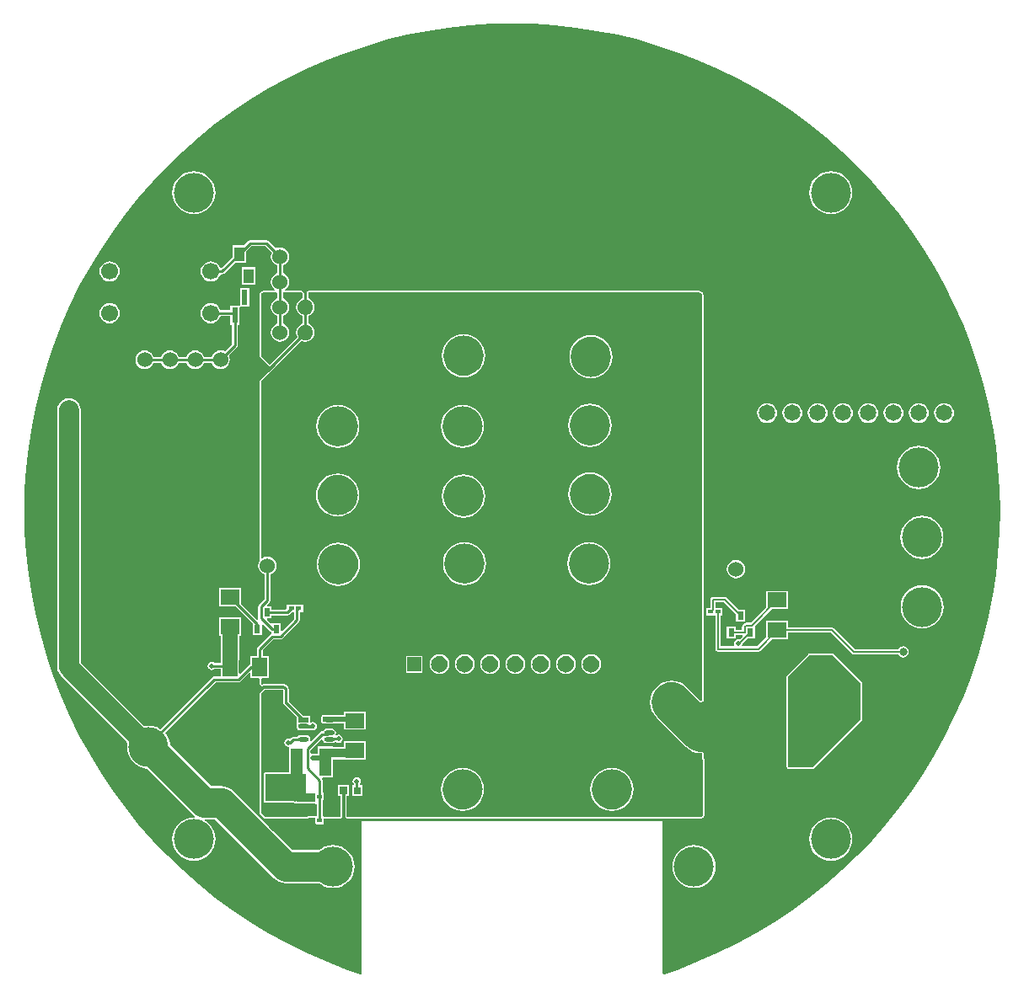
<source format=gtl>
G04 Layer_Physical_Order=1*
G04 Layer_Color=25308*
%FSLAX24Y24*%
%MOIN*%
G70*
G01*
G75*
%ADD10R,0.0591X0.0748*%
%ADD11R,0.0295X0.0295*%
%ADD12R,0.0748X0.0591*%
%ADD13R,0.0217X0.0177*%
%ADD14R,0.0740X0.0980*%
%ADD15O,0.0413X0.0177*%
%ADD16R,0.0413X0.0177*%
%ADD17R,0.0236X0.0354*%
%ADD18R,0.0236X0.0354*%
%ADD19R,0.0236X0.0630*%
%ADD20R,0.0394X0.0551*%
%ADD21R,0.0472X0.1102*%
%ADD22C,0.1181*%
%ADD23C,0.0236*%
%ADD24C,0.0100*%
%ADD25C,0.0197*%
%ADD26C,0.0787*%
%ADD27C,0.0079*%
%ADD28C,0.0067*%
%ADD29C,0.0098*%
%ADD30C,0.1575*%
%ADD31R,0.0600X0.1014*%
%ADD32R,0.0719X0.0374*%
%ADD33R,0.1614X0.1073*%
%ADD34R,0.1457X0.0374*%
%ADD35R,0.1201X0.0226*%
%ADD36R,0.0620X0.0157*%
%ADD37R,0.0591X0.0276*%
%ADD38R,0.0787X0.0984*%
%ADD39R,0.0354X0.0778*%
%ADD40C,0.1575*%
%ADD41C,0.0600*%
%ADD42R,0.0540X0.0540*%
%ADD43C,0.0650*%
%ADD44C,0.0669*%
%ADD45R,0.0540X0.0540*%
%ADD46C,0.0197*%
%ADD47C,0.0315*%
G36*
X26039Y58648D02*
X26879Y58593D01*
X27715Y58501D01*
X28548Y58373D01*
X29373Y58209D01*
X30191Y58009D01*
X30999Y57773D01*
X31796Y57502D01*
X32581Y57197D01*
X33352Y56858D01*
X34107Y56486D01*
X34845Y56081D01*
X35565Y55644D01*
X36265Y55176D01*
X36943Y54679D01*
X37600Y54152D01*
X38233Y53597D01*
X38841Y53014D01*
X39423Y52406D01*
X39978Y51773D01*
X40505Y51117D01*
X41003Y50438D01*
X41471Y49738D01*
X41908Y49018D01*
X42313Y48280D01*
X42685Y47525D01*
X43024Y46754D01*
X43329Y45970D01*
X43600Y45172D01*
X43835Y44364D01*
X44035Y43546D01*
X44200Y42721D01*
X44328Y41889D01*
X44419Y41052D01*
X44474Y40212D01*
X44493Y39370D01*
X44474Y38528D01*
X44419Y37688D01*
X44328Y36851D01*
X44200Y36019D01*
X44035Y35194D01*
X43835Y34376D01*
X43600Y33568D01*
X43329Y32770D01*
X43024Y31986D01*
X42685Y31215D01*
X42313Y30460D01*
X41908Y29722D01*
X41471Y29002D01*
X41003Y28302D01*
X40505Y27623D01*
X39978Y26967D01*
X39423Y26334D01*
X38841Y25726D01*
X38233Y25144D01*
X37600Y24589D01*
X36943Y24062D01*
X36265Y23564D01*
X35565Y23096D01*
X34845Y22659D01*
X34107Y22254D01*
X33352Y21882D01*
X32581Y21543D01*
X31796Y21238D01*
X31190Y21032D01*
X31149Y21061D01*
X31149Y21629D01*
X31142D01*
Y27087D01*
X19245D01*
Y21071D01*
X19195Y21035D01*
X18597Y21238D01*
X17813Y21543D01*
X17042Y21882D01*
X16287Y22254D01*
X15549Y22659D01*
X14829Y23096D01*
X14129Y23564D01*
X13450Y24062D01*
X12794Y24589D01*
X12161Y25144D01*
X11553Y25726D01*
X10970Y26334D01*
X10415Y26967D01*
X9888Y27623D01*
X9391Y28302D01*
X8923Y29002D01*
X8486Y29722D01*
X8081Y30460D01*
X7709Y31215D01*
X7370Y31986D01*
X7065Y32770D01*
X6794Y33568D01*
X6558Y34376D01*
X6358Y35194D01*
X6194Y36019D01*
X6066Y36851D01*
X5974Y37688D01*
X5919Y38528D01*
X5901Y39370D01*
X5919Y40212D01*
X5974Y41052D01*
X6066Y41889D01*
X6194Y42721D01*
X6358Y43546D01*
X6558Y44364D01*
X6794Y45172D01*
X7065Y45970D01*
X7370Y46754D01*
X7709Y47525D01*
X8081Y48280D01*
X8486Y49018D01*
X8923Y49738D01*
X9391Y50438D01*
X9888Y51117D01*
X10415Y51773D01*
X10970Y52406D01*
X11553Y53014D01*
X12161Y53597D01*
X12794Y54152D01*
X13450Y54679D01*
X14129Y55176D01*
X14829Y55644D01*
X15549Y56081D01*
X16287Y56486D01*
X17042Y56858D01*
X17813Y57197D01*
X18597Y57502D01*
X19394Y57773D01*
X20203Y58009D01*
X21020Y58209D01*
X21846Y58373D01*
X22678Y58501D01*
X23515Y58593D01*
X24355Y58648D01*
X25197Y58666D01*
X26039Y58648D01*
D02*
G37*
%LPC*%
G36*
X36276Y43633D02*
X36175Y43620D01*
X36080Y43581D01*
X35999Y43519D01*
X35937Y43438D01*
X35898Y43343D01*
X35885Y43242D01*
X35898Y43141D01*
X35937Y43046D01*
X35999Y42965D01*
X36080Y42903D01*
X36175Y42864D01*
X36276Y42851D01*
X36377Y42864D01*
X36472Y42903D01*
X36553Y42965D01*
X36615Y43046D01*
X36654Y43141D01*
X36667Y43242D01*
X36654Y43343D01*
X36615Y43438D01*
X36553Y43519D01*
X36472Y43581D01*
X36377Y43620D01*
X36276Y43633D01*
D02*
G37*
G36*
X35276D02*
X35175Y43620D01*
X35080Y43581D01*
X34999Y43519D01*
X34937Y43438D01*
X34898Y43343D01*
X34885Y43242D01*
X34898Y43141D01*
X34937Y43046D01*
X34999Y42965D01*
X35080Y42903D01*
X35175Y42864D01*
X35276Y42851D01*
X35377Y42864D01*
X35472Y42903D01*
X35553Y42965D01*
X35615Y43046D01*
X35654Y43141D01*
X35667Y43242D01*
X35654Y43343D01*
X35615Y43438D01*
X35553Y43519D01*
X35472Y43581D01*
X35377Y43620D01*
X35276Y43633D01*
D02*
G37*
G36*
X41270Y41947D02*
X41103Y41931D01*
X40943Y41882D01*
X40795Y41803D01*
X40665Y41697D01*
X40559Y41567D01*
X40480Y41420D01*
X40432Y41259D01*
X40415Y41093D01*
X40432Y40926D01*
X40480Y40766D01*
X40559Y40618D01*
X40665Y40488D01*
X40795Y40382D01*
X40943Y40303D01*
X41103Y40254D01*
X41270Y40238D01*
X41436Y40254D01*
X41597Y40303D01*
X41744Y40382D01*
X41874Y40488D01*
X41980Y40618D01*
X42059Y40766D01*
X42108Y40926D01*
X42124Y41093D01*
X42108Y41259D01*
X42059Y41420D01*
X41980Y41567D01*
X41874Y41697D01*
X41744Y41803D01*
X41597Y41882D01*
X41436Y41931D01*
X41270Y41947D01*
D02*
G37*
G36*
X37276Y43633D02*
X37175Y43620D01*
X37080Y43581D01*
X36999Y43519D01*
X36937Y43438D01*
X36898Y43343D01*
X36885Y43242D01*
X36898Y43141D01*
X36937Y43046D01*
X36999Y42965D01*
X37080Y42903D01*
X37175Y42864D01*
X37276Y42851D01*
X37377Y42864D01*
X37472Y42903D01*
X37553Y42965D01*
X37615Y43046D01*
X37654Y43141D01*
X37667Y43242D01*
X37654Y43343D01*
X37615Y43438D01*
X37553Y43519D01*
X37472Y43581D01*
X37377Y43620D01*
X37276Y43633D01*
D02*
G37*
G36*
X40276D02*
X40175Y43620D01*
X40080Y43581D01*
X39999Y43519D01*
X39937Y43438D01*
X39898Y43343D01*
X39885Y43242D01*
X39898Y43141D01*
X39937Y43046D01*
X39999Y42965D01*
X40080Y42903D01*
X40175Y42864D01*
X40276Y42851D01*
X40377Y42864D01*
X40472Y42903D01*
X40553Y42965D01*
X40615Y43046D01*
X40654Y43141D01*
X40667Y43242D01*
X40654Y43343D01*
X40615Y43438D01*
X40553Y43519D01*
X40472Y43581D01*
X40377Y43620D01*
X40276Y43633D01*
D02*
G37*
G36*
X39276D02*
X39175Y43620D01*
X39080Y43581D01*
X38999Y43519D01*
X38937Y43438D01*
X38898Y43343D01*
X38885Y43242D01*
X38898Y43141D01*
X38937Y43046D01*
X38999Y42965D01*
X39080Y42903D01*
X39175Y42864D01*
X39276Y42851D01*
X39377Y42864D01*
X39472Y42903D01*
X39553Y42965D01*
X39615Y43046D01*
X39654Y43141D01*
X39667Y43242D01*
X39654Y43343D01*
X39615Y43438D01*
X39553Y43519D01*
X39472Y43581D01*
X39377Y43620D01*
X39276Y43633D01*
D02*
G37*
G36*
X38276D02*
X38175Y43620D01*
X38080Y43581D01*
X37999Y43519D01*
X37937Y43438D01*
X37898Y43343D01*
X37885Y43242D01*
X37898Y43141D01*
X37937Y43046D01*
X37999Y42965D01*
X38080Y42903D01*
X38175Y42864D01*
X38276Y42851D01*
X38377Y42864D01*
X38472Y42903D01*
X38553Y42965D01*
X38615Y43046D01*
X38654Y43141D01*
X38667Y43242D01*
X38654Y43343D01*
X38615Y43438D01*
X38553Y43519D01*
X38472Y43581D01*
X38377Y43620D01*
X38276Y43633D01*
D02*
G37*
G36*
X37874Y33716D02*
X37874Y33716D01*
X36939D01*
X36939Y33716D01*
X36914Y33711D01*
X36894Y33697D01*
X36894Y33697D01*
X36067Y32870D01*
X36053Y32849D01*
X36048Y32825D01*
X36048Y32825D01*
Y29232D01*
X36053Y29208D01*
X36067Y29187D01*
X36088Y29173D01*
X36112Y29168D01*
X37087D01*
X37087Y29168D01*
X37111Y29173D01*
X37132Y29187D01*
X37132Y29187D01*
X38997Y31052D01*
X39001Y31053D01*
X39022Y31067D01*
X39036Y31088D01*
X39041Y31112D01*
Y32549D01*
X39036Y32574D01*
X39030Y32582D01*
X39022Y32595D01*
X39022Y32595D01*
X37919Y33697D01*
X37899Y33711D01*
X37874Y33716D01*
D02*
G37*
G36*
X37795Y27232D02*
X37629Y27216D01*
X37468Y27167D01*
X37321Y27088D01*
X37191Y26982D01*
X37085Y26853D01*
X37006Y26705D01*
X36957Y26545D01*
X36941Y26378D01*
X36957Y26211D01*
X37006Y26051D01*
X37085Y25903D01*
X37191Y25774D01*
X37321Y25667D01*
X37468Y25588D01*
X37629Y25540D01*
X37795Y25523D01*
X37962Y25540D01*
X38122Y25588D01*
X38270Y25667D01*
X38400Y25774D01*
X38506Y25903D01*
X38585Y26051D01*
X38633Y26211D01*
X38650Y26378D01*
X38633Y26545D01*
X38585Y26705D01*
X38506Y26853D01*
X38400Y26982D01*
X38270Y27088D01*
X38122Y27167D01*
X37962Y27216D01*
X37795Y27232D01*
D02*
G37*
G36*
X32382Y26150D02*
X32215Y26133D01*
X32055Y26085D01*
X31907Y26006D01*
X31778Y25900D01*
X31671Y25770D01*
X31592Y25622D01*
X31544Y25462D01*
X31527Y25295D01*
X31544Y25129D01*
X31592Y24968D01*
X31671Y24821D01*
X31778Y24691D01*
X31907Y24585D01*
X32055Y24506D01*
X32215Y24457D01*
X32382Y24441D01*
X32549Y24457D01*
X32709Y24506D01*
X32857Y24585D01*
X32986Y24691D01*
X33092Y24821D01*
X33171Y24968D01*
X33220Y25129D01*
X33236Y25295D01*
X33220Y25462D01*
X33171Y25622D01*
X33092Y25770D01*
X32986Y25900D01*
X32857Y26006D01*
X32709Y26085D01*
X32549Y26133D01*
X32382Y26150D01*
D02*
G37*
G36*
X41407Y36425D02*
X41241Y36409D01*
X41080Y36360D01*
X40933Y36281D01*
X40803Y36175D01*
X40697Y36046D01*
X40618Y35898D01*
X40569Y35738D01*
X40553Y35571D01*
X40569Y35404D01*
X40618Y35244D01*
X40697Y35096D01*
X40803Y34967D01*
X40933Y34860D01*
X41080Y34781D01*
X41241Y34733D01*
X41407Y34716D01*
X41574Y34733D01*
X41734Y34781D01*
X41882Y34860D01*
X42012Y34967D01*
X42118Y35096D01*
X42197Y35244D01*
X42246Y35404D01*
X42262Y35571D01*
X42246Y35738D01*
X42197Y35898D01*
X42118Y36046D01*
X42012Y36175D01*
X41882Y36281D01*
X41734Y36360D01*
X41574Y36409D01*
X41407Y36425D01*
D02*
G37*
G36*
X41398Y39181D02*
X41231Y39165D01*
X41071Y39116D01*
X40923Y39037D01*
X40793Y38931D01*
X40687Y38802D01*
X40608Y38654D01*
X40560Y38493D01*
X40543Y38327D01*
X40560Y38160D01*
X40608Y38000D01*
X40687Y37852D01*
X40793Y37723D01*
X40923Y37616D01*
X41071Y37537D01*
X41231Y37489D01*
X41398Y37472D01*
X41564Y37489D01*
X41725Y37537D01*
X41872Y37616D01*
X42002Y37723D01*
X42108Y37852D01*
X42187Y38000D01*
X42236Y38160D01*
X42252Y38327D01*
X42236Y38493D01*
X42187Y38654D01*
X42108Y38802D01*
X42002Y38931D01*
X41872Y39037D01*
X41725Y39116D01*
X41564Y39165D01*
X41398Y39181D01*
D02*
G37*
G36*
X34045Y37433D02*
X33951Y37421D01*
X33862Y37384D01*
X33786Y37326D01*
X33728Y37250D01*
X33692Y37162D01*
X33679Y37067D01*
X33692Y36972D01*
X33728Y36884D01*
X33786Y36808D01*
X33862Y36750D01*
X33951Y36713D01*
X34045Y36701D01*
X34140Y36713D01*
X34228Y36750D01*
X34304Y36808D01*
X34362Y36884D01*
X34399Y36972D01*
X34411Y37067D01*
X34399Y37162D01*
X34362Y37250D01*
X34304Y37326D01*
X34228Y37384D01*
X34140Y37421D01*
X34045Y37433D01*
D02*
G37*
G36*
X36116Y36205D02*
X35242D01*
Y35557D01*
X34626Y34941D01*
X34446D01*
X34406Y34933D01*
X34372Y34910D01*
X34372Y34910D01*
X34312Y34850D01*
X34289Y34817D01*
X34281Y34777D01*
X34281Y34777D01*
Y34661D01*
X34039D01*
Y34797D01*
X33677D01*
Y34317D01*
X34039D01*
Y34453D01*
X34298D01*
X34317Y34407D01*
X34188Y34278D01*
X34134Y34289D01*
X34071Y34276D01*
X34017Y34240D01*
X33982Y34187D01*
X33969Y34124D01*
X33982Y34061D01*
X33985Y34056D01*
X33962Y34012D01*
X33441D01*
Y35232D01*
X33508D01*
Y35535D01*
X33230D01*
Y35742D01*
X33569D01*
X34051Y35260D01*
Y34986D01*
X34413D01*
Y35467D01*
X34140D01*
X33686Y35920D01*
X33652Y35943D01*
X33612Y35951D01*
X33612Y35951D01*
X33126D01*
X33086Y35943D01*
X33052Y35920D01*
X33030Y35886D01*
X33022Y35846D01*
Y35535D01*
X32870D01*
Y35232D01*
X33232D01*
Y33907D01*
X33240Y33868D01*
X33263Y33834D01*
X33297Y33811D01*
X33337Y33803D01*
X34921D01*
X34921Y33803D01*
X34961Y33811D01*
X34995Y33834D01*
X35468Y34307D01*
X36116D01*
Y34561D01*
X37801D01*
X38637Y33725D01*
X38637Y33725D01*
X38671Y33703D01*
X38677Y33701D01*
X38711Y33695D01*
X38711Y33695D01*
X40464D01*
X40500Y33640D01*
X40573Y33592D01*
X40659Y33574D01*
X40745Y33592D01*
X40818Y33640D01*
X40867Y33713D01*
X40884Y33799D01*
X40867Y33885D01*
X40818Y33958D01*
X40745Y34007D01*
X40659Y34024D01*
X40573Y34007D01*
X40500Y33958D01*
X40464Y33904D01*
X38754D01*
X37918Y34739D01*
X37884Y34762D01*
X37844Y34770D01*
X37844Y34770D01*
X36116D01*
Y35024D01*
X35242D01*
Y34376D01*
X34878Y34012D01*
X34306D01*
X34283Y34056D01*
X34286Y34061D01*
X34295Y34107D01*
X34505Y34317D01*
X34787D01*
Y34797D01*
X34787Y34797D01*
X34787D01*
X34815Y34835D01*
X35468Y35488D01*
X36116D01*
Y36205D01*
D02*
G37*
G36*
X41276Y43633D02*
X41175Y43620D01*
X41080Y43581D01*
X40999Y43519D01*
X40937Y43438D01*
X40898Y43343D01*
X40885Y43242D01*
X40898Y43141D01*
X40937Y43046D01*
X40999Y42965D01*
X41080Y42903D01*
X41175Y42864D01*
X41276Y42851D01*
X41377Y42864D01*
X41472Y42903D01*
X41553Y42965D01*
X41615Y43046D01*
X41654Y43141D01*
X41667Y43242D01*
X41654Y43343D01*
X41615Y43438D01*
X41553Y43519D01*
X41472Y43581D01*
X41377Y43620D01*
X41276Y43633D01*
D02*
G37*
G36*
X14787Y48203D02*
X14425D01*
Y47539D01*
X14413Y47494D01*
X14375Y47494D01*
X14051D01*
Y47309D01*
X13653D01*
X13617Y47395D01*
X13553Y47478D01*
X13470Y47542D01*
X13373Y47582D01*
X13270Y47596D01*
X13166Y47582D01*
X13069Y47542D01*
X12986Y47478D01*
X12922Y47395D01*
X12882Y47299D01*
X12869Y47195D01*
X12882Y47091D01*
X12922Y46994D01*
X12986Y46911D01*
X13069Y46848D01*
X13166Y46807D01*
X13270Y46794D01*
X13373Y46807D01*
X13470Y46848D01*
X13553Y46911D01*
X13617Y46994D01*
X13653Y47080D01*
X14051D01*
Y46738D01*
X14118D01*
Y45973D01*
X13825Y45680D01*
X13756Y45708D01*
X13661Y45720D01*
X13567Y45708D01*
X13478Y45671D01*
X13403Y45613D01*
X13344Y45537D01*
X13316Y45469D01*
X13007D01*
X12978Y45537D01*
X12920Y45613D01*
X12844Y45671D01*
X12756Y45708D01*
X12661Y45720D01*
X12567Y45708D01*
X12478Y45671D01*
X12403Y45613D01*
X12344Y45537D01*
X12316Y45469D01*
X12007D01*
X11978Y45537D01*
X11920Y45613D01*
X11844Y45671D01*
X11756Y45708D01*
X11661Y45720D01*
X11567Y45708D01*
X11478Y45671D01*
X11403Y45613D01*
X11344Y45537D01*
X11316Y45469D01*
X11007D01*
X10978Y45537D01*
X10920Y45613D01*
X10844Y45671D01*
X10756Y45708D01*
X10661Y45720D01*
X10567Y45708D01*
X10478Y45671D01*
X10403Y45613D01*
X10344Y45537D01*
X10308Y45449D01*
X10295Y45354D01*
X10308Y45260D01*
X10344Y45171D01*
X10403Y45095D01*
X10478Y45037D01*
X10567Y45001D01*
X10661Y44988D01*
X10756Y45001D01*
X10844Y45037D01*
X10920Y45095D01*
X10978Y45171D01*
X11007Y45240D01*
X11316D01*
X11344Y45171D01*
X11403Y45095D01*
X11478Y45037D01*
X11567Y45001D01*
X11661Y44988D01*
X11756Y45001D01*
X11844Y45037D01*
X11920Y45095D01*
X11978Y45171D01*
X12007Y45240D01*
X12316D01*
X12344Y45171D01*
X12403Y45095D01*
X12478Y45037D01*
X12567Y45001D01*
X12661Y44988D01*
X12756Y45001D01*
X12844Y45037D01*
X12920Y45095D01*
X12978Y45171D01*
X13007Y45240D01*
X13316D01*
X13344Y45171D01*
X13403Y45095D01*
X13478Y45037D01*
X13567Y45001D01*
X13661Y44988D01*
X13756Y45001D01*
X13844Y45037D01*
X13920Y45095D01*
X13978Y45171D01*
X14015Y45260D01*
X14028Y45354D01*
X14015Y45449D01*
X13987Y45518D01*
X14313Y45844D01*
X14338Y45881D01*
X14347Y45925D01*
Y46738D01*
X14413D01*
Y47402D01*
X14425Y47447D01*
X14463Y47447D01*
X14787D01*
Y48203D01*
D02*
G37*
G36*
X9270Y47596D02*
X9166Y47582D01*
X9069Y47542D01*
X8986Y47478D01*
X8922Y47395D01*
X8882Y47299D01*
X8869Y47195D01*
X8882Y47091D01*
X8922Y46994D01*
X8986Y46911D01*
X9069Y46848D01*
X9166Y46807D01*
X9270Y46794D01*
X9373Y46807D01*
X9470Y46848D01*
X9553Y46911D01*
X9617Y46994D01*
X9657Y47091D01*
X9671Y47195D01*
X9657Y47299D01*
X9617Y47395D01*
X9553Y47478D01*
X9470Y47542D01*
X9373Y47582D01*
X9270Y47596D01*
D02*
G37*
G36*
X32598Y48078D02*
X17128Y48076D01*
X17117Y48074D01*
X17104Y48071D01*
X17104Y48071D01*
X17104Y48071D01*
X17093Y48064D01*
X17083Y48058D01*
X17083Y48058D01*
X17083Y48058D01*
X17076Y48047D01*
X17069Y48037D01*
X17069Y48037D01*
X17069Y48037D01*
X17066Y48024D01*
X17064Y48012D01*
Y47775D01*
X17069Y47750D01*
X17076Y47740D01*
X17083Y47729D01*
X17104Y47715D01*
X17164Y47690D01*
X17227Y47642D01*
X17275Y47580D01*
X17305Y47507D01*
X17315Y47429D01*
X17305Y47351D01*
X17275Y47278D01*
X17227Y47216D01*
X17164Y47168D01*
X17104Y47143D01*
X17083Y47129D01*
X17076Y47119D01*
X17069Y47108D01*
X17064Y47084D01*
Y46775D01*
X17069Y46750D01*
X17076Y46740D01*
X17083Y46729D01*
X17104Y46715D01*
X17164Y46690D01*
X17227Y46642D01*
X17275Y46580D01*
X17305Y46507D01*
X17315Y46429D01*
X17305Y46351D01*
X17275Y46278D01*
X17227Y46216D01*
X17164Y46168D01*
X17092Y46138D01*
X17014Y46128D01*
X16936Y46138D01*
X16875Y46163D01*
X16850Y46168D01*
X16826Y46163D01*
X16817Y46158D01*
X16805Y46149D01*
X15623Y44967D01*
X15623Y44967D01*
X15209Y44553D01*
X15209Y44553D01*
X15209Y44553D01*
X15203Y44545D01*
X15195Y44532D01*
X15195Y44532D01*
X15195Y44532D01*
X15193Y44526D01*
X15190Y44508D01*
X15190Y44508D01*
X15191Y37514D01*
X15191Y37512D01*
X15191Y37512D01*
X15193Y37501D01*
X15193Y37501D01*
X15194Y37491D01*
X15195Y37489D01*
X15195Y37487D01*
X15201Y37478D01*
X15207Y37469D01*
X15218Y37423D01*
X15218Y37409D01*
X15195Y37378D01*
X15158Y37290D01*
X15146Y37195D01*
X15158Y37100D01*
X15195Y37012D01*
X15253Y36936D01*
X15329Y36878D01*
X15397Y36849D01*
Y35875D01*
X15181Y35659D01*
X15156Y35622D01*
X15147Y35578D01*
Y35131D01*
X15156Y35087D01*
X15116Y35056D01*
X14482Y35690D01*
Y36323D01*
X13608D01*
Y35606D01*
X14241D01*
X14937Y34910D01*
Y34445D01*
X15299D01*
Y34861D01*
X15349Y34881D01*
X15627Y34604D01*
X15664Y34579D01*
X15685Y34575D01*
Y34507D01*
X15658Y34501D01*
X15643Y34491D01*
X15621Y34477D01*
X15126Y33982D01*
X15101Y33945D01*
X15092Y33901D01*
Y33626D01*
X14848D01*
Y33302D01*
X14810Y33295D01*
X14773Y33270D01*
X14430Y32927D01*
X14384Y32946D01*
Y33450D01*
X14390Y33460D01*
X14395Y33484D01*
Y34425D01*
X14482D01*
Y35142D01*
X13608D01*
Y34425D01*
X13666D01*
Y33484D01*
X13667Y33478D01*
Y33344D01*
X13434D01*
X13433Y33345D01*
X13380Y33380D01*
X13317Y33393D01*
X13254Y33380D01*
X13201Y33345D01*
X13165Y33291D01*
X13152Y33228D01*
X13165Y33165D01*
X13201Y33112D01*
X13254Y33076D01*
X13317Y33064D01*
X13380Y33076D01*
X13433Y33112D01*
X13434Y33113D01*
X13667D01*
Y32817D01*
X13411D01*
X13368Y32808D01*
X13331Y32784D01*
X11282Y30735D01*
X11144Y30809D01*
X10984Y30858D01*
X10817Y30874D01*
X10650Y30858D01*
X10635Y30853D01*
X8122Y33366D01*
Y36366D01*
Y37366D01*
Y38366D01*
Y39366D01*
Y40366D01*
Y41366D01*
Y42366D01*
Y43366D01*
X8106Y43485D01*
X8060Y43596D01*
X7987Y43692D01*
X7892Y43765D01*
X7781Y43811D01*
X7661Y43826D01*
X7542Y43811D01*
X7431Y43765D01*
X7336Y43692D01*
X7262Y43596D01*
X7216Y43485D01*
X7201Y43366D01*
Y42366D01*
Y41366D01*
Y40366D01*
Y39366D01*
Y38366D01*
Y37366D01*
Y36366D01*
Y33175D01*
X7216Y33056D01*
X7262Y32945D01*
X7336Y32849D01*
X9983Y30202D01*
X9979Y30186D01*
X9962Y30020D01*
X9979Y29853D01*
X10027Y29693D01*
X10106Y29545D01*
X10213Y29415D01*
X10342Y29309D01*
X10490Y29230D01*
X10650Y29182D01*
X10735Y29173D01*
X12553Y27355D01*
X12553Y27355D01*
X12598Y27318D01*
X12647Y27278D01*
X12642Y27235D01*
X12639Y27228D01*
X12598Y27232D01*
X12432Y27216D01*
X12271Y27167D01*
X12124Y27088D01*
X11994Y26982D01*
X11888Y26853D01*
X11809Y26705D01*
X11760Y26545D01*
X11744Y26378D01*
X11760Y26211D01*
X11809Y26051D01*
X11888Y25903D01*
X11994Y25774D01*
X12124Y25667D01*
X12271Y25588D01*
X12432Y25540D01*
X12598Y25523D01*
X12765Y25540D01*
X12925Y25588D01*
X13073Y25667D01*
X13203Y25774D01*
X13309Y25903D01*
X13388Y26051D01*
X13437Y26211D01*
X13453Y26378D01*
X13437Y26545D01*
X13388Y26705D01*
X13309Y26853D01*
X13203Y26982D01*
X13073Y27088D01*
X13029Y27112D01*
X13041Y27162D01*
X13426D01*
X15757Y24831D01*
X15757Y24831D01*
X15857Y24749D01*
X15970Y24689D01*
X16093Y24651D01*
X16221Y24639D01*
X17570D01*
X17636Y24585D01*
X17783Y24506D01*
X17944Y24457D01*
X18110Y24441D01*
X18277Y24457D01*
X18437Y24506D01*
X18585Y24585D01*
X18714Y24691D01*
X18821Y24821D01*
X18900Y24968D01*
X18948Y25129D01*
X18965Y25295D01*
X18948Y25462D01*
X18900Y25622D01*
X18821Y25770D01*
X18714Y25900D01*
X18585Y26006D01*
X18437Y26085D01*
X18277Y26133D01*
X18110Y26150D01*
X17944Y26133D01*
X17783Y26085D01*
X17636Y26006D01*
X17570Y25952D01*
X16493D01*
X14162Y28283D01*
X14063Y28365D01*
X13949Y28426D01*
X13826Y28463D01*
X13814Y28464D01*
X13698Y28476D01*
X13698Y28476D01*
X13290D01*
X11663Y30102D01*
X11655Y30186D01*
X11606Y30347D01*
X11527Y30494D01*
X11454Y30584D01*
X13459Y32588D01*
X14367D01*
X14411Y32597D01*
X14448Y32622D01*
X14802Y32976D01*
X14848Y32957D01*
Y32752D01*
X15148D01*
X15148Y32752D01*
X15154Y32750D01*
X15191Y32717D01*
X15191Y32717D01*
X15191Y32531D01*
X15192Y32526D01*
X15192Y32520D01*
X15195Y32514D01*
X15196Y32507D01*
X15199Y32502D01*
X15201Y32497D01*
X15206Y32492D01*
X15210Y32486D01*
X15215Y32483D01*
X15219Y32479D01*
X15256Y32452D01*
X15267Y32448D01*
X15276Y32443D01*
X15289Y32440D01*
X15291Y32440D01*
X15293Y32439D01*
X15303D01*
X15314Y32438D01*
X15316Y32439D01*
X15318D01*
X15350Y32445D01*
X16171D01*
X16196Y32440D01*
X16218Y32426D01*
X16275Y32369D01*
X16289Y32347D01*
X16294Y32322D01*
Y31836D01*
X16294Y31836D01*
X16299Y31811D01*
X16313Y31790D01*
X16895Y31209D01*
X16916Y31195D01*
X16940Y31190D01*
X16940Y31190D01*
X17135D01*
Y31031D01*
X17135Y31030D01*
X17125Y31016D01*
X17103Y30997D01*
X17094Y30992D01*
X17047Y31001D01*
X16811D01*
X16774Y30994D01*
X16729Y31022D01*
X16724Y31031D01*
Y31209D01*
X16724Y31209D01*
X16719Y31234D01*
X16705Y31255D01*
X16705Y31255D01*
X16212Y31748D01*
X16197Y31769D01*
X16193Y31790D01*
Y32344D01*
X15327D01*
Y32306D01*
X15210Y32189D01*
X15210Y32189D01*
X15210Y32189D01*
X15204Y32180D01*
X15196Y32168D01*
X15196Y32168D01*
X15196Y32168D01*
X15195Y32161D01*
X15191Y32143D01*
X15191Y32143D01*
X15192Y27419D01*
X15192Y27419D01*
X15192Y27419D01*
Y27419D01*
X15192Y27414D01*
X15196Y27394D01*
X15196Y27394D01*
X15196Y27394D01*
X15205Y27382D01*
X15210Y27373D01*
X15367Y27216D01*
X15367Y27216D01*
X15367Y27216D01*
X15378Y27209D01*
X15388Y27202D01*
X15388Y27202D01*
X15388Y27202D01*
X15398Y27200D01*
X15413Y27197D01*
X15413Y27197D01*
X15413D01*
X17112Y27198D01*
X17124Y27200D01*
X17137Y27203D01*
X17137Y27203D01*
X17137Y27203D01*
X17147Y27210D01*
X17153Y27213D01*
X17407D01*
Y26974D01*
X17750D01*
Y27185D01*
X17766Y27198D01*
X17766Y27198D01*
X18408Y27198D01*
X18420Y27200D01*
X18433Y27203D01*
X18433Y27203D01*
X18433Y27203D01*
X18443Y27210D01*
X18454Y27217D01*
X18454Y27217D01*
X18454Y27217D01*
X18461Y27227D01*
X18468Y27237D01*
X18468Y27237D01*
X18468Y27237D01*
X18470Y27251D01*
X18473Y27262D01*
Y28096D01*
X18468Y28121D01*
X18454Y28142D01*
X18433Y28156D01*
X18408Y28161D01*
X18377D01*
Y28453D01*
X18670D01*
Y28161D01*
X18639D01*
X18614Y28156D01*
X18593Y28142D01*
X18579Y28121D01*
X18575Y28096D01*
Y27297D01*
X18575Y27297D01*
X18579Y27275D01*
X18579Y27273D01*
X18579Y27273D01*
X18586Y27262D01*
X18593Y27252D01*
X18593Y27252D01*
X18629Y27217D01*
X18629Y27217D01*
X18644Y27207D01*
X18650Y27203D01*
X18650D01*
X18650Y27203D01*
X18660Y27201D01*
X18674Y27198D01*
X18674Y27198D01*
X32598Y27199D01*
X32602Y27200D01*
X32605Y27200D01*
X32615Y27201D01*
X32615Y27201D01*
X32621Y27201D01*
X32628Y27199D01*
X32649Y27200D01*
X32655Y27201D01*
X32661D01*
X32689Y27206D01*
X32689D01*
X32712Y27216D01*
X32745Y27238D01*
X32762Y27255D01*
X32784Y27288D01*
X32794Y27311D01*
X32801Y27350D01*
Y27356D01*
X32803Y27362D01*
X32801Y29488D01*
X32799Y29495D01*
X32799Y29503D01*
X32788Y29548D01*
X32784Y29559D01*
X32779Y29570D01*
X32762Y29595D01*
X32761Y29596D01*
X32761Y29775D01*
X32756Y29800D01*
X32743Y29821D01*
X32722Y29835D01*
X32697Y29840D01*
X32670D01*
X32513Y29855D01*
X32365Y29900D01*
X32228Y29973D01*
X32106Y30073D01*
X30939Y31240D01*
X30839Y31362D01*
X30766Y31499D01*
X30721Y31647D01*
X30706Y31801D01*
X30721Y31955D01*
X30766Y32103D01*
X30839Y32240D01*
X30937Y32360D01*
X31057Y32458D01*
X31194Y32531D01*
X31342Y32576D01*
X31496Y32591D01*
X31650Y32576D01*
X31798Y32531D01*
X31935Y32458D01*
X32057Y32358D01*
X32605Y31809D01*
X32614Y31804D01*
X32626Y31795D01*
X32637Y31793D01*
X32651Y31791D01*
X32671Y31795D01*
X32675Y31795D01*
X32722Y31815D01*
X32730Y31820D01*
X32742Y31829D01*
X32748Y31837D01*
X32756Y31849D01*
X32760Y31870D01*
X32761Y31874D01*
Y31874D01*
X32761Y47913D01*
Y47913D01*
Y47913D01*
X32760Y47921D01*
X32760Y47928D01*
X32749Y47973D01*
X32744Y47984D01*
X32740Y47995D01*
X32723Y48020D01*
X32705Y48038D01*
X32673Y48060D01*
X32649Y48069D01*
X32611Y48077D01*
X32605D01*
X32598Y48078D01*
D02*
G37*
G36*
X15033Y49010D02*
X14514D01*
Y48333D01*
X15033D01*
Y49010D01*
D02*
G37*
G36*
X37795Y52823D02*
X37629Y52807D01*
X37468Y52758D01*
X37321Y52679D01*
X37191Y52573D01*
X37085Y52443D01*
X37006Y52296D01*
X36957Y52135D01*
X36941Y51968D01*
X36957Y51802D01*
X37006Y51642D01*
X37085Y51494D01*
X37191Y51364D01*
X37321Y51258D01*
X37468Y51179D01*
X37629Y51130D01*
X37795Y51114D01*
X37962Y51130D01*
X38122Y51179D01*
X38270Y51258D01*
X38400Y51364D01*
X38506Y51494D01*
X38585Y51642D01*
X38633Y51802D01*
X38650Y51968D01*
X38633Y52135D01*
X38585Y52296D01*
X38506Y52443D01*
X38400Y52573D01*
X38270Y52679D01*
X38122Y52758D01*
X37962Y52807D01*
X37795Y52823D01*
D02*
G37*
G36*
X12598D02*
X12432Y52807D01*
X12271Y52758D01*
X12124Y52679D01*
X11994Y52573D01*
X11888Y52443D01*
X11809Y52296D01*
X11760Y52135D01*
X11744Y51968D01*
X11760Y51802D01*
X11809Y51642D01*
X11888Y51494D01*
X11994Y51364D01*
X12124Y51258D01*
X12271Y51179D01*
X12432Y51130D01*
X12598Y51114D01*
X12765Y51130D01*
X12925Y51179D01*
X13073Y51258D01*
X13203Y51364D01*
X13309Y51494D01*
X13388Y51642D01*
X13437Y51802D01*
X13453Y51968D01*
X13437Y52135D01*
X13388Y52296D01*
X13309Y52443D01*
X13203Y52573D01*
X13073Y52679D01*
X12925Y52758D01*
X12765Y52807D01*
X12598Y52823D01*
D02*
G37*
G36*
X9270Y49249D02*
X9166Y49236D01*
X9069Y49196D01*
X8986Y49132D01*
X8922Y49049D01*
X8882Y48952D01*
X8869Y48848D01*
X8882Y48745D01*
X8922Y48648D01*
X8986Y48565D01*
X9069Y48501D01*
X9166Y48461D01*
X9270Y48447D01*
X9373Y48461D01*
X9470Y48501D01*
X9553Y48565D01*
X9617Y48648D01*
X9657Y48745D01*
X9671Y48848D01*
X9657Y48952D01*
X9617Y49049D01*
X9553Y49132D01*
X9470Y49196D01*
X9373Y49236D01*
X9270Y49249D01*
D02*
G37*
G36*
X15482Y50075D02*
X14823D01*
X14779Y50066D01*
X14742Y50042D01*
X14576Y49876D01*
X14140D01*
Y49439D01*
X13694Y48994D01*
X13635Y49005D01*
X13617Y49049D01*
X13553Y49132D01*
X13470Y49196D01*
X13373Y49236D01*
X13270Y49249D01*
X13166Y49236D01*
X13069Y49196D01*
X12986Y49132D01*
X12922Y49049D01*
X12882Y48952D01*
X12869Y48848D01*
X12882Y48745D01*
X12922Y48648D01*
X12986Y48565D01*
X13069Y48501D01*
X13166Y48461D01*
X13270Y48447D01*
X13373Y48461D01*
X13470Y48501D01*
X13553Y48565D01*
X13617Y48648D01*
X13653Y48734D01*
X13711D01*
X13754Y48743D01*
X13792Y48768D01*
X14223Y49199D01*
X14659D01*
Y49635D01*
X14870Y49846D01*
X15435D01*
X15689Y49593D01*
X15660Y49524D01*
X15648Y49429D01*
X15660Y49334D01*
X15697Y49246D01*
X15755Y49170D01*
X15831Y49112D01*
X15899Y49084D01*
Y48775D01*
X15831Y48746D01*
X15755Y48688D01*
X15697Y48612D01*
X15660Y48524D01*
X15648Y48429D01*
X15660Y48334D01*
X15697Y48246D01*
X15755Y48170D01*
X15812Y48126D01*
X15795Y48076D01*
X15354Y48076D01*
X15347Y48075D01*
X15340Y48075D01*
X15294Y48064D01*
X15284Y48059D01*
X15273Y48055D01*
X15248Y48038D01*
X15230Y48020D01*
X15209Y47988D01*
X15206Y47983D01*
X15203Y47977D01*
X15201Y47971D01*
X15199Y47965D01*
Y47959D01*
X15198Y47953D01*
Y47290D01*
X15191Y47255D01*
Y47249D01*
X15190Y47242D01*
X15190Y45498D01*
X15192Y45485D01*
X15195Y45474D01*
X15195Y45474D01*
X15195Y45474D01*
X15206Y45457D01*
X15209Y45453D01*
X15209Y45453D01*
X15209Y45453D01*
X15209Y45453D01*
X15542Y45119D01*
X15563Y45105D01*
X15588Y45101D01*
X15612Y45105D01*
X15633Y45119D01*
X16734Y46220D01*
X16742Y46233D01*
X16748Y46241D01*
X16749Y46245D01*
X16753Y46266D01*
X16748Y46290D01*
X16723Y46351D01*
X16712Y46429D01*
X16723Y46507D01*
X16753Y46580D01*
X16801Y46642D01*
X16863Y46690D01*
X16924Y46715D01*
X16945Y46729D01*
X16952Y46740D01*
X16959Y46750D01*
X16964Y46775D01*
Y47084D01*
X16959Y47108D01*
X16952Y47119D01*
X16945Y47129D01*
X16924Y47143D01*
X16863Y47168D01*
X16801Y47216D01*
X16753Y47278D01*
X16723Y47351D01*
X16712Y47429D01*
X16723Y47507D01*
X16753Y47580D01*
X16801Y47642D01*
X16863Y47690D01*
X16924Y47715D01*
X16945Y47729D01*
X16952Y47740D01*
X16959Y47750D01*
X16964Y47775D01*
Y47977D01*
X16964Y47977D01*
X16959Y47999D01*
X16959Y48001D01*
X16959Y48001D01*
X16952Y48012D01*
X16945Y48022D01*
X16945Y48022D01*
X16909Y48058D01*
X16909Y48058D01*
X16895Y48067D01*
X16889Y48071D01*
X16889D01*
X16889Y48071D01*
X16878Y48074D01*
X16864Y48076D01*
X16864Y48076D01*
X16232Y48076D01*
X16215Y48126D01*
X16273Y48170D01*
X16331Y48246D01*
X16367Y48334D01*
X16380Y48429D01*
X16367Y48524D01*
X16331Y48612D01*
X16273Y48688D01*
X16197Y48746D01*
X16128Y48775D01*
Y49084D01*
X16197Y49112D01*
X16273Y49170D01*
X16331Y49246D01*
X16367Y49334D01*
X16380Y49429D01*
X16367Y49524D01*
X16331Y49612D01*
X16273Y49688D01*
X16197Y49746D01*
X16109Y49783D01*
X16014Y49795D01*
X15919Y49783D01*
X15850Y49754D01*
X15563Y50042D01*
X15526Y50066D01*
X15482Y50075D01*
D02*
G37*
G36*
X42276Y43633D02*
X42175Y43620D01*
X42080Y43581D01*
X41999Y43519D01*
X41937Y43438D01*
X41898Y43343D01*
X41885Y43242D01*
X41898Y43141D01*
X41937Y43046D01*
X41999Y42965D01*
X42080Y42903D01*
X42175Y42864D01*
X42276Y42851D01*
X42377Y42864D01*
X42472Y42903D01*
X42553Y42965D01*
X42615Y43046D01*
X42654Y43141D01*
X42667Y43242D01*
X42654Y43343D01*
X42615Y43438D01*
X42553Y43519D01*
X42472Y43581D01*
X42377Y43620D01*
X42276Y43633D01*
D02*
G37*
%LPD*%
G36*
X16899Y47977D02*
Y47775D01*
X16831Y47746D01*
X16755Y47688D01*
X16697Y47612D01*
X16660Y47524D01*
X16648Y47429D01*
X16660Y47334D01*
X16697Y47246D01*
X16755Y47170D01*
X16831Y47112D01*
X16899Y47084D01*
Y46775D01*
X16831Y46746D01*
X16755Y46688D01*
X16697Y46612D01*
X16660Y46524D01*
X16648Y46429D01*
X16660Y46334D01*
X16689Y46266D01*
X15588Y45165D01*
X15254Y45498D01*
X15254Y47242D01*
X15262Y47283D01*
Y47953D01*
X15283Y47984D01*
X15309Y48001D01*
X15354Y48012D01*
X15354D01*
Y48012D01*
X15864Y48012D01*
X15899Y47977D01*
Y47775D01*
X15831Y47746D01*
X15755Y47688D01*
X15697Y47612D01*
X15660Y47524D01*
X15648Y47429D01*
X15660Y47334D01*
X15697Y47246D01*
X15755Y47170D01*
X15831Y47112D01*
X15899Y47084D01*
Y46775D01*
X15831Y46746D01*
X15755Y46688D01*
X15697Y46612D01*
X15660Y46524D01*
X15648Y46429D01*
X15660Y46334D01*
X15697Y46246D01*
X15755Y46170D01*
X15831Y46112D01*
X15919Y46075D01*
X16014Y46063D01*
X16109Y46075D01*
X16197Y46112D01*
X16273Y46170D01*
X16331Y46246D01*
X16367Y46334D01*
X16380Y46429D01*
X16367Y46524D01*
X16331Y46612D01*
X16273Y46688D01*
X16197Y46746D01*
X16128Y46775D01*
Y47084D01*
X16197Y47112D01*
X16273Y47170D01*
X16331Y47246D01*
X16367Y47334D01*
X16380Y47429D01*
X16367Y47524D01*
X16331Y47612D01*
X16273Y47688D01*
X16197Y47746D01*
X16128Y47775D01*
Y48012D01*
X16864Y48012D01*
X16899Y47977D01*
D02*
G37*
G36*
X32637Y48006D02*
X32669Y47984D01*
X32686Y47959D01*
X32697Y47913D01*
X32697Y47913D01*
X32697Y47913D01*
X32697Y31874D01*
X32651Y31855D01*
X32100Y32405D01*
X31971Y32512D01*
X31823Y32591D01*
X31663Y32639D01*
X31496Y32656D01*
X31329Y32639D01*
X31169Y32591D01*
X31021Y32512D01*
X30892Y32405D01*
X30786Y32276D01*
X30707Y32128D01*
X30658Y31968D01*
X30642Y31801D01*
X30658Y31634D01*
X30707Y31474D01*
X30786Y31326D01*
X30892Y31197D01*
X32063Y30026D01*
X32193Y29919D01*
X32340Y29840D01*
X32501Y29792D01*
X32667Y29775D01*
X32697D01*
X32697Y29567D01*
X32709Y29559D01*
X32726Y29534D01*
X32736Y29488D01*
Y29488D01*
X32736D01*
X32738Y27362D01*
X32731Y27324D01*
X32709Y27291D01*
X32676Y27269D01*
X32648Y27264D01*
X32628Y27264D01*
X32618Y27266D01*
X32598Y27264D01*
Y27264D01*
X18674Y27262D01*
X18639Y27297D01*
Y28096D01*
X18734D01*
Y28518D01*
X18313D01*
Y28096D01*
X18408D01*
Y27262D01*
X17766Y27262D01*
X17750Y27278D01*
Y27278D01*
X17694D01*
Y27919D01*
X17750D01*
Y28222D01*
X17694D01*
Y28698D01*
X17685Y28743D01*
X17670Y28765D01*
X17691Y28815D01*
X18094D01*
Y29532D01*
X19016D01*
X19022Y29533D01*
X19404D01*
Y30250D01*
X18530D01*
Y30035D01*
X18094D01*
Y30043D01*
X17496D01*
Y29977D01*
X17495Y29970D01*
Y29761D01*
X17303D01*
X17257Y29752D01*
X17207Y29782D01*
Y29903D01*
X17632Y30327D01*
X17685Y30310D01*
X17692Y30275D01*
X17725Y30225D01*
X17775Y30192D01*
X17835Y30180D01*
X18071D01*
X18130Y30192D01*
X18180Y30225D01*
X18227Y30217D01*
X18264Y30192D01*
X18327Y30180D01*
X18390Y30192D01*
X18443Y30228D01*
X18479Y30282D01*
X18491Y30344D01*
X18479Y30407D01*
X18443Y30461D01*
X18390Y30497D01*
X18327Y30509D01*
X18264Y30497D01*
X18240Y30480D01*
X18204Y30517D01*
X18214Y30531D01*
X18225Y30591D01*
X18214Y30650D01*
X18180Y30700D01*
X18130Y30733D01*
X18071Y30745D01*
X17835D01*
X17775Y30733D01*
X17725Y30700D01*
X17693Y30651D01*
X17678D01*
X17634Y30643D01*
X17596Y30618D01*
X17233Y30254D01*
X17213Y30264D01*
X17192Y30284D01*
X17202Y30335D01*
X17190Y30394D01*
X17157Y30444D01*
X17106Y30477D01*
X17047Y30489D01*
X16811D01*
X16752Y30477D01*
X16702Y30444D01*
X16696Y30435D01*
X16541D01*
X16496Y30427D01*
X16459Y30402D01*
X16407Y30350D01*
X16348Y30361D01*
X16285Y30349D01*
X16232Y30313D01*
X16196Y30260D01*
X16184Y30197D01*
X16196Y30134D01*
X16232Y30080D01*
X16285Y30045D01*
X16348Y30032D01*
X16354Y30027D01*
Y29021D01*
X15423D01*
X15399Y29016D01*
X15378Y29002D01*
X15364Y28981D01*
X15359Y28957D01*
Y27884D01*
X15364Y27859D01*
X15378Y27838D01*
X15399Y27825D01*
X15423Y27820D01*
X16549D01*
X16614Y27807D01*
X16630Y27810D01*
X16638Y27799D01*
X16658Y27785D01*
X16683Y27780D01*
X17402D01*
X17414Y27783D01*
X17451Y27761D01*
X17464Y27750D01*
Y27278D01*
X17112D01*
Y27262D01*
X15413Y27262D01*
X15256Y27419D01*
X15255Y32143D01*
X15391Y32279D01*
X16128D01*
Y31788D01*
X16137Y31744D01*
X16162Y31707D01*
X16659Y31209D01*
Y30951D01*
X16659Y30951D01*
X16667Y30901D01*
X16656Y30846D01*
X16668Y30787D01*
X16688Y30758D01*
Y30758D01*
X16693Y30733D01*
X16707Y30712D01*
X16727Y30699D01*
X16752Y30694D01*
X16802D01*
X16811Y30692D01*
X17047D01*
X17056Y30694D01*
X17244D01*
X17303Y30682D01*
X17362Y30694D01*
X17372D01*
X17397Y30699D01*
X17417Y30712D01*
X17431Y30733D01*
X17435Y30754D01*
X17455Y30783D01*
X17468Y30846D01*
X17455Y30909D01*
X17420Y30963D01*
X17366Y30999D01*
X17303Y31011D01*
X17249Y31000D01*
X17216Y31017D01*
X17199Y31031D01*
Y31254D01*
X16940D01*
X16359Y31836D01*
Y32328D01*
X16350Y32372D01*
X16325Y32410D01*
X16259Y32476D01*
X16221Y32501D01*
X16177Y32510D01*
X15344D01*
X15305Y32502D01*
X15293Y32505D01*
X15255Y32531D01*
X15255Y32717D01*
X15291Y32752D01*
X15565D01*
Y33626D01*
X15321D01*
Y33853D01*
X15749Y34281D01*
X16031D01*
X16075Y34290D01*
X16112Y34315D01*
X16758Y34961D01*
X16783Y34998D01*
X16792Y35042D01*
Y35370D01*
X16923D01*
Y35673D01*
X16285D01*
Y35512D01*
X16242Y35469D01*
X15673D01*
Y35594D01*
X15505D01*
X15486Y35641D01*
X15593Y35747D01*
X15618Y35784D01*
X15626Y35828D01*
Y36849D01*
X15695Y36878D01*
X15771Y36936D01*
X15829Y37012D01*
X15865Y37100D01*
X15878Y37195D01*
X15865Y37290D01*
X15829Y37378D01*
X15771Y37454D01*
X15695Y37512D01*
X15607Y37549D01*
X15512Y37561D01*
X15417Y37549D01*
X15329Y37512D01*
X15300Y37490D01*
X15255Y37512D01*
X15254Y44508D01*
X15668Y44922D01*
X15668Y44922D01*
X16850Y46104D01*
X16919Y46075D01*
X17014Y46063D01*
X17109Y46075D01*
X17197Y46112D01*
X17273Y46170D01*
X17331Y46246D01*
X17367Y46334D01*
X17380Y46429D01*
X17367Y46524D01*
X17331Y46612D01*
X17273Y46688D01*
X17197Y46746D01*
X17128Y46775D01*
Y47084D01*
X17197Y47112D01*
X17273Y47170D01*
X17331Y47246D01*
X17367Y47334D01*
X17380Y47429D01*
X17367Y47524D01*
X17331Y47612D01*
X17273Y47688D01*
X17197Y47746D01*
X17128Y47775D01*
Y48012D01*
X32598Y48014D01*
X32637Y48006D01*
D02*
G37*
G36*
X16563Y35089D02*
X16093Y34620D01*
X16047Y34639D01*
Y34925D01*
X15685D01*
X15685Y34925D01*
Y34925D01*
X15640Y34914D01*
X15486Y35068D01*
X15505Y35114D01*
X15673D01*
Y35240D01*
X16289D01*
X16333Y35249D01*
X16370Y35273D01*
X16467Y35370D01*
X16563D01*
Y35089D01*
D02*
G37*
G36*
X38976Y32549D02*
Y31112D01*
X38967D01*
X37087Y29232D01*
X36112D01*
Y32825D01*
X36939Y33652D01*
X37874D01*
X38976Y32549D01*
D02*
G37*
%LPC*%
G36*
X23307Y38138D02*
X23140Y38122D01*
X22980Y38073D01*
X22832Y37994D01*
X22703Y37888D01*
X22597Y37758D01*
X22518Y37610D01*
X22469Y37450D01*
X22453Y37283D01*
X22469Y37117D01*
X22518Y36956D01*
X22597Y36809D01*
X22703Y36679D01*
X22832Y36573D01*
X22980Y36494D01*
X23140Y36445D01*
X23307Y36429D01*
X23474Y36445D01*
X23634Y36494D01*
X23782Y36573D01*
X23911Y36679D01*
X24018Y36809D01*
X24097Y36956D01*
X24145Y37117D01*
X24162Y37283D01*
X24145Y37450D01*
X24097Y37610D01*
X24018Y37758D01*
X23911Y37888D01*
X23782Y37994D01*
X23634Y38073D01*
X23474Y38122D01*
X23307Y38138D01*
D02*
G37*
G36*
X19404Y31431D02*
X18530D01*
Y31304D01*
X17717D01*
X17692Y31300D01*
X17671Y31286D01*
X17657Y31265D01*
X17652Y31240D01*
Y31014D01*
X17657Y30989D01*
X17671Y30968D01*
X17692Y30954D01*
X17717Y30950D01*
X17826D01*
X17835Y30948D01*
X18071D01*
X18080Y30950D01*
X18530D01*
Y30715D01*
X19404D01*
Y31431D01*
D02*
G37*
G36*
X18317Y38108D02*
X18150Y38092D01*
X17990Y38043D01*
X17842Y37964D01*
X17713Y37858D01*
X17606Y37729D01*
X17527Y37581D01*
X17479Y37421D01*
X17462Y37254D01*
X17479Y37087D01*
X17527Y36927D01*
X17606Y36779D01*
X17713Y36650D01*
X17842Y36543D01*
X17990Y36464D01*
X18150Y36416D01*
X18317Y36399D01*
X18484Y36416D01*
X18644Y36464D01*
X18792Y36543D01*
X18921Y36650D01*
X19027Y36779D01*
X19106Y36927D01*
X19155Y37087D01*
X19171Y37254D01*
X19155Y37421D01*
X19106Y37581D01*
X19027Y37729D01*
X18921Y37858D01*
X18792Y37964D01*
X18644Y38043D01*
X18484Y38092D01*
X18317Y38108D01*
D02*
G37*
G36*
X22319Y33698D02*
X22218Y33685D01*
X22124Y33646D01*
X22042Y33584D01*
X21980Y33503D01*
X21941Y33408D01*
X21928Y33307D01*
X21941Y33206D01*
X21980Y33111D01*
X22042Y33030D01*
X22124Y32968D01*
X22218Y32929D01*
X22319Y32916D01*
X22420Y32929D01*
X22515Y32968D01*
X22596Y33030D01*
X22658Y33111D01*
X22697Y33206D01*
X22711Y33307D01*
X22697Y33408D01*
X22658Y33503D01*
X22596Y33584D01*
X22515Y33646D01*
X22420Y33685D01*
X22319Y33698D01*
D02*
G37*
G36*
X27319D02*
X27218Y33685D01*
X27124Y33646D01*
X27042Y33584D01*
X26980Y33503D01*
X26941Y33408D01*
X26928Y33307D01*
X26941Y33206D01*
X26980Y33111D01*
X27042Y33030D01*
X27124Y32968D01*
X27218Y32929D01*
X27319Y32916D01*
X27420Y32929D01*
X27515Y32968D01*
X27596Y33030D01*
X27658Y33111D01*
X27697Y33206D01*
X27711Y33307D01*
X27697Y33408D01*
X27658Y33503D01*
X27596Y33584D01*
X27515Y33646D01*
X27420Y33685D01*
X27319Y33698D01*
D02*
G37*
G36*
X28319D02*
X28218Y33685D01*
X28124Y33646D01*
X28042Y33584D01*
X27980Y33503D01*
X27941Y33408D01*
X27928Y33307D01*
X27941Y33206D01*
X27980Y33111D01*
X28042Y33030D01*
X28124Y32968D01*
X28218Y32929D01*
X28319Y32916D01*
X28421Y32929D01*
X28515Y32968D01*
X28596Y33030D01*
X28658Y33111D01*
X28697Y33206D01*
X28711Y33307D01*
X28697Y33408D01*
X28658Y33503D01*
X28596Y33584D01*
X28515Y33646D01*
X28421Y33685D01*
X28319Y33698D01*
D02*
G37*
G36*
X21652Y33640D02*
X20986D01*
Y32974D01*
X21652D01*
Y33640D01*
D02*
G37*
G36*
X26319Y33698D02*
X26218Y33685D01*
X26124Y33646D01*
X26042Y33584D01*
X25980Y33503D01*
X25941Y33408D01*
X25928Y33307D01*
X25941Y33206D01*
X25980Y33111D01*
X26042Y33030D01*
X26124Y32968D01*
X26218Y32929D01*
X26319Y32916D01*
X26421Y32929D01*
X26515Y32968D01*
X26596Y33030D01*
X26658Y33111D01*
X26697Y33206D01*
X26711Y33307D01*
X26697Y33408D01*
X26658Y33503D01*
X26596Y33584D01*
X26515Y33646D01*
X26421Y33685D01*
X26319Y33698D01*
D02*
G37*
G36*
X23319D02*
X23218Y33685D01*
X23124Y33646D01*
X23042Y33584D01*
X22980Y33503D01*
X22941Y33408D01*
X22928Y33307D01*
X22941Y33206D01*
X22980Y33111D01*
X23042Y33030D01*
X23124Y32968D01*
X23218Y32929D01*
X23319Y32916D01*
X23421Y32929D01*
X23515Y32968D01*
X23596Y33030D01*
X23658Y33111D01*
X23697Y33206D01*
X23711Y33307D01*
X23697Y33408D01*
X23658Y33503D01*
X23596Y33584D01*
X23515Y33646D01*
X23421Y33685D01*
X23319Y33698D01*
D02*
G37*
G36*
X24319D02*
X24218Y33685D01*
X24124Y33646D01*
X24042Y33584D01*
X23980Y33503D01*
X23941Y33408D01*
X23928Y33307D01*
X23941Y33206D01*
X23980Y33111D01*
X24042Y33030D01*
X24124Y32968D01*
X24218Y32929D01*
X24319Y32916D01*
X24420Y32929D01*
X24515Y32968D01*
X24596Y33030D01*
X24658Y33111D01*
X24697Y33206D01*
X24711Y33307D01*
X24697Y33408D01*
X24658Y33503D01*
X24596Y33584D01*
X24515Y33646D01*
X24420Y33685D01*
X24319Y33698D01*
D02*
G37*
G36*
X25319D02*
X25218Y33685D01*
X25124Y33646D01*
X25042Y33584D01*
X24980Y33503D01*
X24941Y33408D01*
X24928Y33307D01*
X24941Y33206D01*
X24980Y33111D01*
X25042Y33030D01*
X25124Y32968D01*
X25218Y32929D01*
X25319Y32916D01*
X25420Y32929D01*
X25515Y32968D01*
X25596Y33030D01*
X25658Y33111D01*
X25697Y33206D01*
X25711Y33307D01*
X25697Y33408D01*
X25658Y33503D01*
X25596Y33584D01*
X25515Y33646D01*
X25420Y33685D01*
X25319Y33698D01*
D02*
G37*
G36*
X28228Y38138D02*
X28062Y38122D01*
X27901Y38073D01*
X27754Y37994D01*
X27624Y37888D01*
X27518Y37758D01*
X27439Y37610D01*
X27390Y37450D01*
X27374Y37283D01*
X27390Y37117D01*
X27439Y36956D01*
X27518Y36809D01*
X27624Y36679D01*
X27754Y36573D01*
X27901Y36494D01*
X28062Y36445D01*
X28228Y36429D01*
X28395Y36445D01*
X28555Y36494D01*
X28703Y36573D01*
X28833Y36679D01*
X28939Y36809D01*
X29018Y36956D01*
X29066Y37117D01*
X29083Y37283D01*
X29066Y37450D01*
X29018Y37610D01*
X28939Y37758D01*
X28833Y37888D01*
X28703Y37994D01*
X28555Y38073D01*
X28395Y38122D01*
X28228Y38138D01*
D02*
G37*
G36*
X18297Y43571D02*
X18131Y43555D01*
X17970Y43506D01*
X17823Y43427D01*
X17693Y43321D01*
X17587Y43191D01*
X17508Y43044D01*
X17459Y42883D01*
X17443Y42717D01*
X17459Y42550D01*
X17508Y42390D01*
X17587Y42242D01*
X17693Y42112D01*
X17823Y42006D01*
X17970Y41927D01*
X18131Y41878D01*
X18297Y41862D01*
X18464Y41878D01*
X18624Y41927D01*
X18772Y42006D01*
X18901Y42112D01*
X19008Y42242D01*
X19087Y42390D01*
X19135Y42550D01*
X19152Y42717D01*
X19135Y42883D01*
X19087Y43044D01*
X19008Y43191D01*
X18901Y43321D01*
X18772Y43427D01*
X18624Y43506D01*
X18464Y43555D01*
X18297Y43571D01*
D02*
G37*
G36*
X23268Y46366D02*
X23101Y46350D01*
X22941Y46301D01*
X22793Y46222D01*
X22663Y46116D01*
X22557Y45987D01*
X22478Y45839D01*
X22430Y45679D01*
X22413Y45512D01*
X22430Y45345D01*
X22478Y45185D01*
X22557Y45037D01*
X22663Y44908D01*
X22793Y44801D01*
X22941Y44722D01*
X23101Y44674D01*
X23268Y44657D01*
X23434Y44674D01*
X23595Y44722D01*
X23742Y44801D01*
X23872Y44908D01*
X23978Y45037D01*
X24057Y45185D01*
X24106Y45345D01*
X24122Y45512D01*
X24106Y45679D01*
X24057Y45839D01*
X23978Y45987D01*
X23872Y46116D01*
X23742Y46222D01*
X23595Y46301D01*
X23434Y46350D01*
X23268Y46366D01*
D02*
G37*
G36*
X23228Y29201D02*
X23062Y29185D01*
X22901Y29136D01*
X22754Y29057D01*
X22624Y28951D01*
X22518Y28821D01*
X22439Y28673D01*
X22390Y28513D01*
X22374Y28346D01*
X22390Y28180D01*
X22439Y28019D01*
X22518Y27872D01*
X22624Y27742D01*
X22754Y27636D01*
X22901Y27557D01*
X23062Y27508D01*
X23228Y27492D01*
X23395Y27508D01*
X23555Y27557D01*
X23703Y27636D01*
X23833Y27742D01*
X23939Y27872D01*
X24018Y28019D01*
X24066Y28180D01*
X24083Y28346D01*
X24066Y28513D01*
X24018Y28673D01*
X23939Y28821D01*
X23833Y28951D01*
X23703Y29057D01*
X23555Y29136D01*
X23395Y29185D01*
X23228Y29201D01*
D02*
G37*
G36*
X28307Y46327D02*
X28140Y46311D01*
X27980Y46262D01*
X27832Y46183D01*
X27703Y46077D01*
X27597Y45947D01*
X27518Y45799D01*
X27469Y45639D01*
X27453Y45472D01*
X27469Y45306D01*
X27518Y45145D01*
X27597Y44998D01*
X27703Y44868D01*
X27832Y44762D01*
X27980Y44683D01*
X28140Y44634D01*
X28307Y44618D01*
X28474Y44634D01*
X28634Y44683D01*
X28782Y44762D01*
X28911Y44868D01*
X29018Y44998D01*
X29097Y45145D01*
X29145Y45306D01*
X29162Y45472D01*
X29145Y45639D01*
X29097Y45799D01*
X29018Y45947D01*
X28911Y46077D01*
X28782Y46183D01*
X28634Y46262D01*
X28474Y46311D01*
X28307Y46327D01*
D02*
G37*
G36*
X28268Y43610D02*
X28101Y43594D01*
X27941Y43545D01*
X27793Y43466D01*
X27663Y43360D01*
X27557Y43231D01*
X27478Y43083D01*
X27430Y42923D01*
X27413Y42756D01*
X27430Y42589D01*
X27478Y42429D01*
X27557Y42281D01*
X27663Y42152D01*
X27793Y42045D01*
X27941Y41966D01*
X28101Y41918D01*
X28268Y41901D01*
X28434Y41918D01*
X28595Y41966D01*
X28742Y42045D01*
X28872Y42152D01*
X28978Y42281D01*
X29057Y42429D01*
X29106Y42589D01*
X29122Y42756D01*
X29106Y42923D01*
X29057Y43083D01*
X28978Y43231D01*
X28872Y43360D01*
X28742Y43466D01*
X28595Y43545D01*
X28434Y43594D01*
X28268Y43610D01*
D02*
G37*
G36*
X23228Y43571D02*
X23062Y43555D01*
X22901Y43506D01*
X22754Y43427D01*
X22624Y43321D01*
X22518Y43191D01*
X22439Y43044D01*
X22390Y42883D01*
X22374Y42717D01*
X22390Y42550D01*
X22439Y42390D01*
X22518Y42242D01*
X22624Y42112D01*
X22754Y42006D01*
X22901Y41927D01*
X23062Y41878D01*
X23228Y41862D01*
X23395Y41878D01*
X23555Y41927D01*
X23703Y42006D01*
X23833Y42112D01*
X23939Y42242D01*
X24018Y42390D01*
X24066Y42550D01*
X24083Y42717D01*
X24066Y42883D01*
X24018Y43044D01*
X23939Y43191D01*
X23833Y43321D01*
X23703Y43427D01*
X23555Y43506D01*
X23395Y43555D01*
X23228Y43571D01*
D02*
G37*
G36*
X28268Y40894D02*
X28101Y40877D01*
X27941Y40829D01*
X27793Y40750D01*
X27663Y40644D01*
X27557Y40514D01*
X27478Y40366D01*
X27430Y40206D01*
X27413Y40039D01*
X27430Y39873D01*
X27478Y39712D01*
X27557Y39565D01*
X27663Y39435D01*
X27793Y39329D01*
X27941Y39250D01*
X28101Y39201D01*
X28268Y39185D01*
X28434Y39201D01*
X28595Y39250D01*
X28742Y39329D01*
X28872Y39435D01*
X28978Y39565D01*
X29057Y39712D01*
X29106Y39873D01*
X29122Y40039D01*
X29106Y40206D01*
X29057Y40366D01*
X28978Y40514D01*
X28872Y40644D01*
X28742Y40750D01*
X28595Y40829D01*
X28434Y40877D01*
X28268Y40894D01*
D02*
G37*
G36*
X23268Y40815D02*
X23101Y40799D01*
X22941Y40750D01*
X22793Y40671D01*
X22663Y40565D01*
X22557Y40435D01*
X22478Y40288D01*
X22430Y40127D01*
X22413Y39961D01*
X22430Y39794D01*
X22478Y39634D01*
X22557Y39486D01*
X22663Y39356D01*
X22793Y39250D01*
X22941Y39171D01*
X23101Y39123D01*
X23268Y39106D01*
X23434Y39123D01*
X23595Y39171D01*
X23742Y39250D01*
X23872Y39356D01*
X23978Y39486D01*
X24057Y39634D01*
X24106Y39794D01*
X24122Y39961D01*
X24106Y40127D01*
X24057Y40288D01*
X23978Y40435D01*
X23872Y40565D01*
X23742Y40671D01*
X23595Y40750D01*
X23434Y40799D01*
X23268Y40815D01*
D02*
G37*
G36*
X19045Y28836D02*
X18982Y28823D01*
X18929Y28788D01*
X18893Y28734D01*
X18881Y28671D01*
X18893Y28608D01*
X18920Y28568D01*
X18904Y28525D01*
X18898Y28518D01*
X18864D01*
Y28096D01*
X19285D01*
Y28518D01*
X19192D01*
X19186Y28525D01*
X19170Y28568D01*
X19197Y28608D01*
X19210Y28671D01*
X19197Y28734D01*
X19162Y28788D01*
X19108Y28823D01*
X19045Y28836D01*
D02*
G37*
G36*
X29134Y29201D02*
X28967Y29185D01*
X28807Y29136D01*
X28659Y29057D01*
X28530Y28951D01*
X28423Y28821D01*
X28344Y28673D01*
X28296Y28513D01*
X28279Y28346D01*
X28296Y28180D01*
X28344Y28019D01*
X28423Y27872D01*
X28530Y27742D01*
X28659Y27636D01*
X28807Y27557D01*
X28967Y27508D01*
X29134Y27492D01*
X29301Y27508D01*
X29461Y27557D01*
X29609Y27636D01*
X29738Y27742D01*
X29844Y27872D01*
X29923Y28019D01*
X29972Y28180D01*
X29988Y28346D01*
X29972Y28513D01*
X29923Y28673D01*
X29844Y28821D01*
X29738Y28951D01*
X29609Y29057D01*
X29461Y29136D01*
X29301Y29185D01*
X29134Y29201D01*
D02*
G37*
G36*
X18287Y40855D02*
X18121Y40838D01*
X17960Y40789D01*
X17813Y40711D01*
X17683Y40604D01*
X17577Y40475D01*
X17498Y40327D01*
X17449Y40167D01*
X17433Y40000D01*
X17449Y39833D01*
X17498Y39673D01*
X17577Y39525D01*
X17683Y39396D01*
X17813Y39290D01*
X17960Y39211D01*
X18121Y39162D01*
X18287Y39145D01*
X18454Y39162D01*
X18614Y39211D01*
X18762Y39290D01*
X18892Y39396D01*
X18998Y39525D01*
X19077Y39673D01*
X19125Y39833D01*
X19142Y40000D01*
X19125Y40167D01*
X19077Y40327D01*
X18998Y40475D01*
X18892Y40604D01*
X18762Y40711D01*
X18614Y40789D01*
X18454Y40838D01*
X18287Y40855D01*
D02*
G37*
%LPD*%
G36*
X29288Y29121D02*
X29436Y29076D01*
X29573Y29003D01*
X29692Y28905D01*
X29791Y28785D01*
X29864Y28649D01*
X29909Y28501D01*
X29924Y28346D01*
X29909Y28192D01*
X29864Y28044D01*
X29791Y27908D01*
X29692Y27788D01*
X29573Y27690D01*
X29436Y27617D01*
X29288Y27572D01*
X29134Y27556D01*
X28980Y27572D01*
X28832Y27617D01*
X28695Y27690D01*
X28575Y27788D01*
X28477Y27908D01*
X28404Y28044D01*
X28359Y28192D01*
X28344Y28346D01*
X28359Y28501D01*
X28404Y28649D01*
X28477Y28785D01*
X28575Y28905D01*
X28695Y29003D01*
X28832Y29076D01*
X28980Y29121D01*
X29134Y29136D01*
X29288Y29121D01*
D02*
G37*
G36*
X23382D02*
X23531Y29076D01*
X23667Y29003D01*
X23787Y28905D01*
X23885Y28785D01*
X23958Y28649D01*
X24003Y28501D01*
X24018Y28346D01*
X24003Y28192D01*
X23958Y28044D01*
X23885Y27908D01*
X23787Y27788D01*
X23667Y27690D01*
X23531Y27617D01*
X23382Y27572D01*
X23228Y27556D01*
X23074Y27572D01*
X22926Y27617D01*
X22789Y27690D01*
X22670Y27788D01*
X22572Y27908D01*
X22499Y28044D01*
X22454Y28192D01*
X22438Y28346D01*
X22454Y28501D01*
X22499Y28649D01*
X22572Y28785D01*
X22670Y28905D01*
X22789Y29003D01*
X22926Y29076D01*
X23074Y29121D01*
X23228Y29136D01*
X23382Y29121D01*
D02*
G37*
G36*
X22404Y33623D02*
X22482Y33590D01*
X22550Y33538D01*
X22602Y33470D01*
X22635Y33392D01*
X22646Y33307D01*
X22635Y33223D01*
X22602Y33144D01*
X22550Y33076D01*
X22482Y33024D01*
X22404Y32992D01*
X22319Y32981D01*
X22235Y32992D01*
X22156Y33024D01*
X22088Y33076D01*
X22036Y33144D01*
X22004Y33223D01*
X21993Y33307D01*
X22004Y33392D01*
X22036Y33470D01*
X22088Y33538D01*
X22156Y33590D01*
X22235Y33623D01*
X22319Y33634D01*
X22404Y33623D01*
D02*
G37*
G36*
X28382Y38058D02*
X28531Y38013D01*
X28667Y37940D01*
X28787Y37842D01*
X28885Y37722D01*
X28958Y37586D01*
X29003Y37438D01*
X29018Y37283D01*
X29003Y37129D01*
X28958Y36981D01*
X28885Y36845D01*
X28787Y36725D01*
X28667Y36627D01*
X28531Y36554D01*
X28382Y36509D01*
X28228Y36493D01*
X28074Y36509D01*
X27926Y36554D01*
X27789Y36627D01*
X27670Y36725D01*
X27572Y36845D01*
X27499Y36981D01*
X27454Y37129D01*
X27438Y37283D01*
X27454Y37438D01*
X27499Y37586D01*
X27572Y37722D01*
X27670Y37842D01*
X27789Y37940D01*
X27926Y38013D01*
X28074Y38058D01*
X28228Y38073D01*
X28382Y38058D01*
D02*
G37*
G36*
X28422Y43531D02*
X28570Y43486D01*
X28707Y43413D01*
X28826Y43314D01*
X28925Y43195D01*
X28998Y43058D01*
X29043Y42910D01*
X29058Y42756D01*
X29043Y42602D01*
X28998Y42454D01*
X28925Y42317D01*
X28826Y42197D01*
X28707Y42099D01*
X28570Y42026D01*
X28422Y41981D01*
X28268Y41966D01*
X28114Y41981D01*
X27965Y42026D01*
X27829Y42099D01*
X27709Y42197D01*
X27611Y42317D01*
X27538Y42454D01*
X27493Y42602D01*
X27478Y42756D01*
X27493Y42910D01*
X27538Y43058D01*
X27611Y43195D01*
X27709Y43314D01*
X27829Y43413D01*
X27965Y43486D01*
X28114Y43531D01*
X28268Y43546D01*
X28422Y43531D01*
D02*
G37*
G36*
X18471Y38029D02*
X18619Y37984D01*
X18756Y37911D01*
X18876Y37813D01*
X18974Y37693D01*
X19047Y37556D01*
X19092Y37408D01*
X19107Y37254D01*
X19092Y37100D01*
X19047Y36952D01*
X18974Y36815D01*
X18876Y36695D01*
X18756Y36597D01*
X18619Y36524D01*
X18471Y36479D01*
X18317Y36464D01*
X18163Y36479D01*
X18015Y36524D01*
X17878Y36597D01*
X17758Y36695D01*
X17660Y36815D01*
X17587Y36952D01*
X17542Y37100D01*
X17527Y37254D01*
X17542Y37408D01*
X17587Y37556D01*
X17660Y37693D01*
X17758Y37813D01*
X17878Y37911D01*
X18015Y37984D01*
X18163Y38029D01*
X18317Y38044D01*
X18471Y38029D01*
D02*
G37*
G36*
X23461Y38058D02*
X23609Y38013D01*
X23746Y37940D01*
X23866Y37842D01*
X23964Y37722D01*
X24037Y37586D01*
X24082Y37438D01*
X24097Y37283D01*
X24082Y37129D01*
X24037Y36981D01*
X23964Y36845D01*
X23866Y36725D01*
X23746Y36627D01*
X23609Y36554D01*
X23461Y36509D01*
X23307Y36493D01*
X23153Y36509D01*
X23005Y36554D01*
X22868Y36627D01*
X22748Y36725D01*
X22650Y36845D01*
X22577Y36981D01*
X22532Y37129D01*
X22517Y37283D01*
X22532Y37438D01*
X22577Y37586D01*
X22650Y37722D01*
X22748Y37842D01*
X22868Y37940D01*
X23005Y38013D01*
X23153Y38058D01*
X23307Y38073D01*
X23461Y38058D01*
D02*
G37*
G36*
X23422Y40735D02*
X23570Y40690D01*
X23707Y40617D01*
X23826Y40519D01*
X23925Y40400D01*
X23998Y40263D01*
X24043Y40115D01*
X24058Y39961D01*
X24043Y39807D01*
X23998Y39658D01*
X23925Y39522D01*
X23826Y39402D01*
X23707Y39304D01*
X23570Y39231D01*
X23422Y39186D01*
X23268Y39171D01*
X23114Y39186D01*
X22965Y39231D01*
X22829Y39304D01*
X22709Y39402D01*
X22611Y39522D01*
X22538Y39658D01*
X22493Y39807D01*
X22478Y39961D01*
X22493Y40115D01*
X22538Y40263D01*
X22611Y40400D01*
X22709Y40519D01*
X22829Y40617D01*
X22965Y40690D01*
X23114Y40735D01*
X23268Y40751D01*
X23422Y40735D01*
D02*
G37*
G36*
X18451Y43491D02*
X18600Y43446D01*
X18736Y43373D01*
X18856Y43275D01*
X18954Y43155D01*
X19027Y43019D01*
X19072Y42871D01*
X19087Y42717D01*
X19072Y42562D01*
X19027Y42414D01*
X18954Y42278D01*
X18856Y42158D01*
X18736Y42060D01*
X18600Y41987D01*
X18451Y41942D01*
X18297Y41927D01*
X18143Y41942D01*
X17995Y41987D01*
X17858Y42060D01*
X17739Y42158D01*
X17640Y42278D01*
X17567Y42414D01*
X17522Y42562D01*
X17507Y42717D01*
X17522Y42871D01*
X17567Y43019D01*
X17640Y43155D01*
X17739Y43275D01*
X17858Y43373D01*
X17995Y43446D01*
X18143Y43491D01*
X18297Y43507D01*
X18451Y43491D01*
D02*
G37*
G36*
X23382D02*
X23531Y43446D01*
X23667Y43373D01*
X23787Y43275D01*
X23885Y43155D01*
X23958Y43019D01*
X24003Y42871D01*
X24018Y42717D01*
X24003Y42562D01*
X23958Y42414D01*
X23885Y42278D01*
X23787Y42158D01*
X23667Y42060D01*
X23531Y41987D01*
X23382Y41942D01*
X23228Y41927D01*
X23074Y41942D01*
X22926Y41987D01*
X22789Y42060D01*
X22670Y42158D01*
X22572Y42278D01*
X22499Y42414D01*
X22454Y42562D01*
X22438Y42717D01*
X22454Y42871D01*
X22499Y43019D01*
X22572Y43155D01*
X22670Y43275D01*
X22789Y43373D01*
X22926Y43446D01*
X23074Y43491D01*
X23228Y43507D01*
X23382Y43491D01*
D02*
G37*
G36*
X18442Y40775D02*
X18590Y40730D01*
X18726Y40657D01*
X18846Y40559D01*
X18944Y40439D01*
X19017Y40302D01*
X19062Y40154D01*
X19077Y40000D01*
X19062Y39846D01*
X19017Y39698D01*
X18944Y39561D01*
X18846Y39441D01*
X18726Y39343D01*
X18590Y39270D01*
X18442Y39225D01*
X18287Y39210D01*
X18133Y39225D01*
X17985Y39270D01*
X17849Y39343D01*
X17729Y39441D01*
X17631Y39561D01*
X17558Y39698D01*
X17513Y39846D01*
X17497Y40000D01*
X17513Y40154D01*
X17558Y40302D01*
X17631Y40439D01*
X17729Y40559D01*
X17849Y40657D01*
X17985Y40730D01*
X18133Y40775D01*
X18287Y40790D01*
X18442Y40775D01*
D02*
G37*
G36*
X28422Y40814D02*
X28570Y40769D01*
X28707Y40696D01*
X28826Y40598D01*
X28925Y40478D01*
X28998Y40342D01*
X29043Y40193D01*
X29058Y40039D01*
X29043Y39885D01*
X28998Y39737D01*
X28925Y39600D01*
X28826Y39481D01*
X28707Y39383D01*
X28570Y39310D01*
X28422Y39265D01*
X28268Y39249D01*
X28114Y39265D01*
X27965Y39310D01*
X27829Y39383D01*
X27709Y39481D01*
X27611Y39600D01*
X27538Y39737D01*
X27493Y39885D01*
X27478Y40039D01*
X27493Y40193D01*
X27538Y40342D01*
X27611Y40478D01*
X27709Y40598D01*
X27829Y40696D01*
X27965Y40769D01*
X28114Y40814D01*
X28268Y40829D01*
X28422Y40814D01*
D02*
G37*
G36*
X25404Y33623D02*
X25482Y33590D01*
X25550Y33538D01*
X25602Y33470D01*
X25635Y33392D01*
X25646Y33307D01*
X25635Y33223D01*
X25602Y33144D01*
X25550Y33076D01*
X25482Y33024D01*
X25404Y32992D01*
X25319Y32981D01*
X25235Y32992D01*
X25156Y33024D01*
X25088Y33076D01*
X25036Y33144D01*
X25004Y33223D01*
X24993Y33307D01*
X25004Y33392D01*
X25036Y33470D01*
X25088Y33538D01*
X25156Y33590D01*
X25235Y33623D01*
X25319Y33634D01*
X25404Y33623D01*
D02*
G37*
G36*
X26404D02*
X26482Y33590D01*
X26550Y33538D01*
X26602Y33470D01*
X26635Y33392D01*
X26646Y33307D01*
X26635Y33223D01*
X26602Y33144D01*
X26550Y33076D01*
X26482Y33024D01*
X26404Y32992D01*
X26319Y32981D01*
X26235Y32992D01*
X26156Y33024D01*
X26088Y33076D01*
X26036Y33144D01*
X26004Y33223D01*
X25993Y33307D01*
X26004Y33392D01*
X26036Y33470D01*
X26088Y33538D01*
X26156Y33590D01*
X26235Y33623D01*
X26319Y33634D01*
X26404Y33623D01*
D02*
G37*
G36*
X23404D02*
X23482Y33590D01*
X23550Y33538D01*
X23602Y33470D01*
X23635Y33392D01*
X23646Y33307D01*
X23635Y33223D01*
X23602Y33144D01*
X23550Y33076D01*
X23482Y33024D01*
X23404Y32992D01*
X23319Y32981D01*
X23235Y32992D01*
X23156Y33024D01*
X23088Y33076D01*
X23036Y33144D01*
X23004Y33223D01*
X22993Y33307D01*
X23004Y33392D01*
X23036Y33470D01*
X23088Y33538D01*
X23156Y33590D01*
X23235Y33623D01*
X23319Y33634D01*
X23404Y33623D01*
D02*
G37*
G36*
X24404D02*
X24482Y33590D01*
X24550Y33538D01*
X24602Y33470D01*
X24635Y33392D01*
X24646Y33307D01*
X24635Y33223D01*
X24602Y33144D01*
X24550Y33076D01*
X24482Y33024D01*
X24404Y32992D01*
X24319Y32981D01*
X24235Y32992D01*
X24156Y33024D01*
X24088Y33076D01*
X24036Y33144D01*
X24004Y33223D01*
X23993Y33307D01*
X24004Y33392D01*
X24036Y33470D01*
X24088Y33538D01*
X24156Y33590D01*
X24235Y33623D01*
X24319Y33634D01*
X24404Y33623D01*
D02*
G37*
G36*
X27404D02*
X27482Y33590D01*
X27550Y33538D01*
X27602Y33470D01*
X27635Y33392D01*
X27646Y33307D01*
X27635Y33223D01*
X27602Y33144D01*
X27550Y33076D01*
X27482Y33024D01*
X27404Y32992D01*
X27319Y32981D01*
X27235Y32992D01*
X27156Y33024D01*
X27088Y33076D01*
X27036Y33144D01*
X27004Y33223D01*
X26993Y33307D01*
X27004Y33392D01*
X27036Y33470D01*
X27088Y33538D01*
X27156Y33590D01*
X27235Y33623D01*
X27319Y33634D01*
X27404Y33623D01*
D02*
G37*
G36*
X28461Y46247D02*
X28609Y46202D01*
X28746Y46129D01*
X28866Y46031D01*
X28964Y45911D01*
X29037Y45775D01*
X29082Y45627D01*
X29097Y45472D01*
X29082Y45318D01*
X29037Y45170D01*
X28964Y45034D01*
X28866Y44914D01*
X28746Y44816D01*
X28609Y44743D01*
X28461Y44698D01*
X28307Y44682D01*
X28153Y44698D01*
X28005Y44743D01*
X27868Y44816D01*
X27748Y44914D01*
X27650Y45034D01*
X27577Y45170D01*
X27532Y45318D01*
X27517Y45472D01*
X27532Y45627D01*
X27577Y45775D01*
X27650Y45911D01*
X27748Y46031D01*
X27868Y46129D01*
X28005Y46202D01*
X28153Y46247D01*
X28307Y46262D01*
X28461Y46247D01*
D02*
G37*
G36*
X23422Y46287D02*
X23570Y46242D01*
X23707Y46169D01*
X23826Y46070D01*
X23925Y45951D01*
X23998Y45814D01*
X24043Y45666D01*
X24058Y45512D01*
X24043Y45358D01*
X23998Y45209D01*
X23925Y45073D01*
X23826Y44953D01*
X23707Y44855D01*
X23570Y44782D01*
X23422Y44737D01*
X23268Y44722D01*
X23114Y44737D01*
X22965Y44782D01*
X22829Y44855D01*
X22709Y44953D01*
X22611Y45073D01*
X22538Y45209D01*
X22493Y45358D01*
X22478Y45512D01*
X22493Y45666D01*
X22538Y45814D01*
X22611Y45951D01*
X22709Y46070D01*
X22829Y46169D01*
X22965Y46242D01*
X23114Y46287D01*
X23268Y46302D01*
X23422Y46287D01*
D02*
G37*
G36*
X28404Y33623D02*
X28482Y33590D01*
X28550Y33538D01*
X28602Y33470D01*
X28635Y33392D01*
X28646Y33307D01*
X28635Y33223D01*
X28602Y33144D01*
X28550Y33076D01*
X28482Y33024D01*
X28404Y32992D01*
X28319Y32981D01*
X28235Y32992D01*
X28156Y33024D01*
X28088Y33076D01*
X28036Y33144D01*
X28004Y33223D01*
X27993Y33307D01*
X28004Y33392D01*
X28036Y33470D01*
X28088Y33538D01*
X28156Y33590D01*
X28235Y33623D01*
X28319Y33634D01*
X28404Y33623D01*
D02*
G37*
G36*
X21588Y33038D02*
X21050D01*
Y33576D01*
X21588D01*
Y33038D01*
D02*
G37*
D10*
X14026Y33189D02*
D03*
X15207D02*
D03*
X15748Y28543D02*
D03*
X14567D02*
D03*
D11*
X18524Y28307D02*
D03*
X19075D02*
D03*
D12*
X18967Y29892D02*
D03*
Y31073D02*
D03*
X35679Y35846D02*
D03*
Y34665D02*
D03*
X14045Y35965D02*
D03*
Y34783D02*
D03*
D13*
X17283Y27126D02*
D03*
X17579D02*
D03*
Y28071D02*
D03*
X17283D02*
D03*
X16752Y35522D02*
D03*
X16457D02*
D03*
X33337Y35384D02*
D03*
X33041D02*
D03*
D14*
X13570Y31791D02*
D03*
X15760D02*
D03*
X13570Y30020D02*
D03*
X15760D02*
D03*
D15*
X17953Y30335D02*
D03*
Y30591D02*
D03*
Y30846D02*
D03*
Y31102D02*
D03*
X16929Y30335D02*
D03*
Y30591D02*
D03*
Y30846D02*
D03*
D16*
Y31102D02*
D03*
D17*
X34232Y35226D02*
D03*
X15492Y35354D02*
D03*
D18*
X34606Y34557D02*
D03*
X33858D02*
D03*
X15866Y34685D02*
D03*
X15118D02*
D03*
D19*
X14232Y47116D02*
D03*
X14980D02*
D03*
X14606Y47825D02*
D03*
D20*
X14774Y48671D02*
D03*
X14400Y49537D02*
D03*
X15148D02*
D03*
D21*
X16654Y29429D02*
D03*
X17795D02*
D03*
D22*
X10817Y30020D02*
X13018Y27819D01*
X13698D01*
X16221Y25295D01*
X16614D01*
X18110D01*
D23*
X20827Y28346D02*
X21260D01*
D24*
X15118Y34685D02*
Y34892D01*
X14045Y35965D02*
X15118Y34892D01*
X13317Y33228D02*
X13986D01*
X16417Y30197D02*
X16541Y30320D01*
X16348Y30197D02*
X16417D01*
X16929Y30320D02*
Y30335D01*
X17283Y27065D02*
X17424Y26924D01*
X18480D01*
X18524Y26969D01*
Y28307D01*
X13570Y30020D02*
Y31791D01*
Y29540D02*
Y30020D01*
X16243Y31788D02*
X16929Y31102D01*
X16243Y31788D02*
Y32328D01*
X16177Y32394D02*
X16243Y32328D01*
X15344Y32394D02*
X16177D01*
X14741Y31791D02*
X15344Y32394D01*
X13570Y31791D02*
X14741D01*
X13570Y29540D02*
X14567Y28543D01*
X17678Y30536D02*
X17898D01*
X17092Y29950D02*
X17678Y30536D01*
X17092Y29185D02*
Y29950D01*
Y29185D02*
X17579Y28698D01*
Y28071D02*
Y28698D01*
Y27126D02*
Y28071D01*
X17943Y30344D02*
X17953Y30335D01*
X19045Y28337D02*
X19075Y28307D01*
X19045Y28337D02*
Y28671D01*
X14567Y27945D02*
Y28543D01*
Y27945D02*
X15740Y26772D01*
X16929D01*
X17283Y27126D01*
X17943Y30344D02*
X18327D01*
X16541Y30320D02*
X16929D01*
D25*
X17303Y29596D02*
X17628D01*
X16496Y30591D02*
X16929D01*
D26*
X7661Y33175D02*
X10817Y30020D01*
X7661Y33175D02*
Y36366D01*
Y37366D01*
Y38366D01*
Y39366D01*
Y40366D01*
Y41366D01*
Y42366D01*
Y43366D01*
X8661Y34144D02*
X10817Y31988D01*
X8661Y34144D02*
Y36366D01*
Y37366D01*
Y38366D01*
Y39366D01*
Y40366D01*
Y41366D01*
Y42366D01*
X8652Y43061D02*
X8661Y42366D01*
X8652Y43061D02*
X14502Y37210D01*
D27*
X35679Y34665D02*
X37844D01*
X38711Y33799D01*
X40659D01*
X33337Y33907D02*
Y35384D01*
X33041D02*
X33126Y35468D01*
Y35846D02*
X33612D01*
X34232Y35226D01*
X33126Y35468D02*
Y35846D01*
X34386Y34557D02*
Y34777D01*
X34669Y34837D02*
X35679Y35846D01*
X33858Y34557D02*
X34386D01*
Y34777D02*
X34446Y34837D01*
X34669D01*
X34921Y33907D02*
X35679Y34665D01*
X33337Y33907D02*
X34921D01*
D28*
X34173Y34124D02*
X34606Y34557D01*
X34134Y34124D02*
X34173D01*
D29*
X13711Y48848D02*
X14400Y49537D01*
X13270Y48848D02*
X13711D01*
X14400Y49537D02*
X14823Y49961D01*
X15482D01*
X16014Y49429D01*
Y48429D02*
Y49429D01*
Y47429D02*
Y48429D01*
Y46429D02*
Y47429D01*
X10661Y45354D02*
X11661D01*
X12661D01*
X13661D01*
X14232Y45925D01*
Y47116D01*
X14154Y47195D02*
X14232Y47116D01*
X13270Y47195D02*
X14154D01*
X12661Y44354D02*
X13661D01*
X11661D02*
X12661D01*
X10661D02*
X11661D01*
X9650D02*
X10661D01*
X8661Y43366D02*
X9650Y44354D01*
X13661D02*
X14939D01*
X17014Y46429D02*
Y47429D01*
Y48429D01*
Y49429D01*
X15148Y47283D02*
Y49537D01*
X14980Y47116D02*
X15148Y47283D01*
X14980Y45610D02*
Y47116D01*
Y45610D02*
X15588Y45003D01*
X14939Y44354D02*
X15588Y45003D01*
X17014Y46429D01*
X15512Y35828D02*
Y37195D01*
X15262Y35578D02*
X15512Y35828D01*
X15262Y35131D02*
Y35578D01*
Y35131D02*
X15707Y34685D01*
X15866D01*
X15492Y35354D02*
X16289D01*
X16457Y35522D01*
X16677Y35447D02*
X16752Y35522D01*
X16677Y35042D02*
Y35447D01*
X16031Y34396D02*
X16677Y35042D01*
X15702Y34396D02*
X16031D01*
X15207Y33901D02*
X15702Y34396D01*
X15207Y33189D02*
Y33901D01*
X14854Y33189D02*
X15207D01*
X14367Y32703D02*
X14854Y33189D01*
X13411Y32703D02*
X14367D01*
X10817Y30108D02*
X13411Y32703D01*
X10817Y30020D02*
Y30108D01*
D30*
X32667Y30630D02*
X34055D01*
X31496Y31801D02*
X32667Y30630D01*
D31*
X14031Y33991D02*
D03*
D32*
X17042Y28031D02*
D03*
D33*
X16230Y28420D02*
D03*
D34*
X18287Y29783D02*
D03*
D35*
X18317Y31127D02*
D03*
D36*
X17062Y30837D02*
D03*
D37*
X16319Y30571D02*
D03*
D38*
X15748Y30906D02*
D03*
D39*
X16319Y30979D02*
D03*
D40*
X27165Y28346D02*
D03*
X29134D02*
D03*
X21260D02*
D03*
X23228D02*
D03*
X18110Y25295D02*
D03*
Y23327D02*
D03*
X32382Y25295D02*
D03*
Y23327D02*
D03*
X30276Y45472D02*
D03*
X28307D02*
D03*
X25236Y45512D02*
D03*
X23268D02*
D03*
X10817Y30020D02*
D03*
Y31988D02*
D03*
X30197Y37283D02*
D03*
X28228D02*
D03*
X30236Y40039D02*
D03*
X28268D02*
D03*
X30236Y42756D02*
D03*
X28268D02*
D03*
X25236Y39961D02*
D03*
X23268D02*
D03*
X25276Y37283D02*
D03*
X23307D02*
D03*
X25197Y42717D02*
D03*
X23228D02*
D03*
X20266D02*
D03*
X18297D02*
D03*
X20285Y37254D02*
D03*
X18317D02*
D03*
X20256Y40000D02*
D03*
X18287D02*
D03*
X41407Y35571D02*
D03*
X39439D02*
D03*
X41398Y38327D02*
D03*
X39429D02*
D03*
X41270Y41093D02*
D03*
X39301D02*
D03*
X37795Y51968D02*
D03*
Y26378D02*
D03*
X12598D02*
D03*
Y51968D02*
D03*
D41*
X15512Y37195D02*
D03*
X14512D02*
D03*
X34045Y37067D02*
D03*
X35045D02*
D03*
X13661Y44354D02*
D03*
X12661D02*
D03*
X11661D02*
D03*
X10661D02*
D03*
X13661Y45354D02*
D03*
X12661D02*
D03*
X11661D02*
D03*
X10661D02*
D03*
X17014Y49429D02*
D03*
Y48429D02*
D03*
Y47429D02*
D03*
Y46429D02*
D03*
X16014Y49429D02*
D03*
Y48429D02*
D03*
Y47429D02*
D03*
Y46429D02*
D03*
D42*
X8661Y43366D02*
D03*
D43*
X7661D02*
D03*
X8661Y42366D02*
D03*
X7661D02*
D03*
X8661Y41366D02*
D03*
X7661D02*
D03*
X8661Y40366D02*
D03*
X7661D02*
D03*
X8661Y39366D02*
D03*
X7661D02*
D03*
X8661Y38366D02*
D03*
X7661D02*
D03*
X8661Y37366D02*
D03*
X7661D02*
D03*
X8661Y36366D02*
D03*
X7661D02*
D03*
X21319Y32307D02*
D03*
X22319Y33307D02*
D03*
Y32307D02*
D03*
X23319Y33307D02*
D03*
Y32307D02*
D03*
X24319Y33307D02*
D03*
Y32307D02*
D03*
X25319Y33307D02*
D03*
Y32307D02*
D03*
X26319Y33307D02*
D03*
Y32307D02*
D03*
X27319Y33307D02*
D03*
Y32307D02*
D03*
X28319Y33307D02*
D03*
Y32307D02*
D03*
X35276Y43242D02*
D03*
X36276Y44242D02*
D03*
Y43242D02*
D03*
X37276Y44242D02*
D03*
Y43242D02*
D03*
X38276Y44242D02*
D03*
Y43242D02*
D03*
X39276Y44242D02*
D03*
Y43242D02*
D03*
X40276Y44242D02*
D03*
Y43242D02*
D03*
X41276Y44242D02*
D03*
Y43242D02*
D03*
X42276Y44242D02*
D03*
Y43242D02*
D03*
D44*
X9270Y48848D02*
D03*
X13270D02*
D03*
Y47195D02*
D03*
X9270D02*
D03*
D45*
X21319Y33307D02*
D03*
X35276Y44242D02*
D03*
D46*
X13317Y33228D02*
D03*
X16348Y30197D02*
D03*
X18327Y30344D02*
D03*
X19045Y28671D02*
D03*
X17303Y29596D02*
D03*
Y30846D02*
D03*
X34134Y34124D02*
D03*
D47*
X16614Y28031D02*
D03*
Y25295D02*
D03*
X36407Y29882D02*
D03*
X37067Y33031D02*
D03*
X31496Y31801D02*
D03*
X40659Y33799D02*
D03*
X34055Y30630D02*
D03*
M02*

</source>
